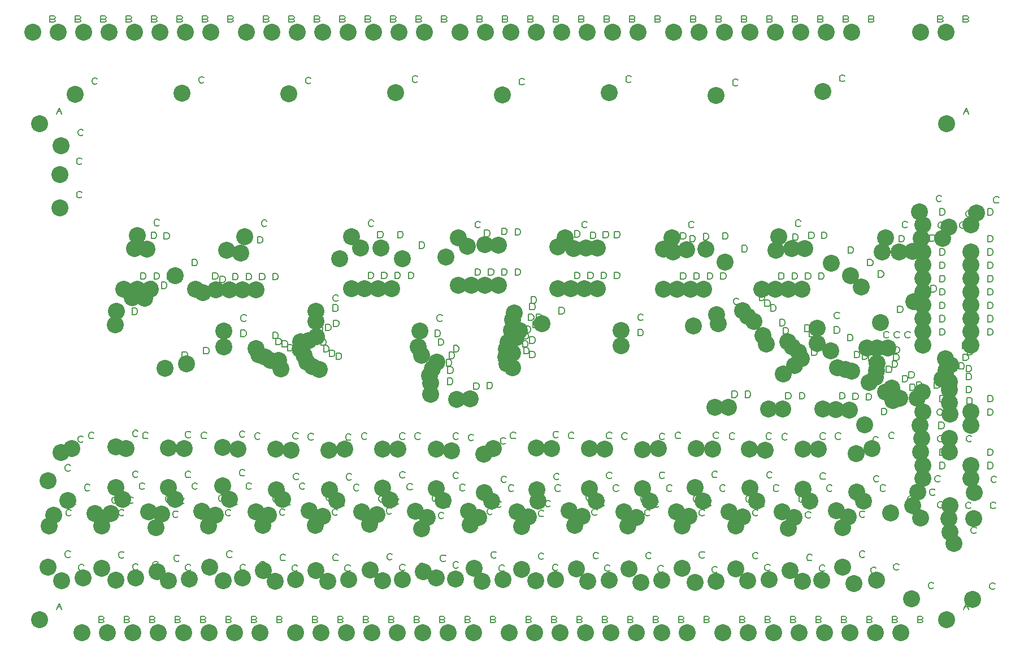
<source format=gbr>
%FSLAX23Y23*%
%MOIN*%
G04 EasyPC Gerber Version 17.0 Build 3379 *
%ADD12C,0.00500*%
%ADD17C,0.10000*%
X0Y0D02*
D02*
D12*
X360Y3822D02*
X367Y3819D01*
X370Y3812*
X367Y3806*
X360Y3803*
X338*
Y3840*
X360*
X367Y3837*
X370Y3831*
X367Y3825*
X360Y3822*
X338*
X378Y337D02*
X393Y374D01*
X409Y337*
X384Y353D02*
X403D01*
X378Y3262D02*
X393Y3299D01*
X409Y3262*
X384Y3278D02*
X403D01*
X460Y652D02*
X457Y649D01*
X451Y645*
X442*
X435Y649*
X432Y652*
X429Y658*
Y670*
X432Y677*
X435Y680*
X442Y683*
X451*
X457Y680*
X460Y677*
Y1161D02*
X457Y1158D01*
X451Y1155*
X442*
X435Y1158*
X432Y1161*
X429Y1168*
Y1180*
X432Y1186*
X435Y1189*
X442Y1193*
X451*
X457Y1189*
X460Y1186*
X464Y896D02*
X461Y893D01*
X455Y890*
X445*
X439Y893*
X436Y896*
X433Y902*
Y915*
X436Y921*
X439Y924*
X445Y927*
X455*
X461Y924*
X464Y921*
X492Y959D02*
X489Y956D01*
X482Y953*
X473*
X467Y956*
X464Y959*
X461Y965*
Y978*
X464Y984*
X467Y987*
X473Y990*
X482*
X489Y987*
X492Y984*
X510Y3822D02*
X517Y3819D01*
X520Y3812*
X517Y3806*
X510Y3803*
X488*
Y3840*
X510*
X517Y3837*
X520Y3831*
X517Y3825*
X510Y3822*
X488*
X527Y2774D02*
X524Y2771D01*
X518Y2767*
X508*
X502Y2771*
X499Y2774*
X496Y2780*
Y2792*
X499Y2799*
X502Y2802*
X508Y2805*
X518*
X524Y2802*
X527Y2799*
Y2971D02*
X524Y2967D01*
X518Y2964*
X508*
X502Y2967*
X499Y2971*
X496Y2977*
Y2989*
X499Y2996*
X502Y2999*
X508Y3002*
X518*
X524Y2999*
X527Y2996*
X535Y1331D02*
X532Y1327D01*
X526Y1324*
X516*
X510Y1327*
X507Y1331*
X504Y1337*
Y1349*
X507Y1356*
X510Y1359*
X516Y1362*
X526*
X532Y1359*
X535Y1356*
Y3140D02*
X532Y3137D01*
X526Y3134*
X516*
X510Y3137*
X507Y3140*
X504Y3146*
Y3159*
X507Y3165*
X510Y3168*
X516Y3171*
X526*
X532Y3168*
X535Y3165*
X539Y573D02*
X536Y570D01*
X530Y567*
X520*
X514Y570*
X511Y573*
X508Y579*
Y592*
X511Y598*
X514Y601*
X520Y604*
X530*
X536Y601*
X539Y598*
X574Y1045D02*
X571Y1042D01*
X565Y1039*
X556*
X549Y1042*
X546Y1045*
X543Y1052*
Y1064*
X546Y1070*
X549Y1074*
X556Y1077*
X565*
X571Y1074*
X574Y1070*
X598Y1352D02*
X595Y1349D01*
X589Y1346*
X579*
X573Y1349*
X570Y1352*
X567Y1359*
Y1371*
X570Y1377*
X573Y1381*
X579Y1384*
X589*
X595Y1381*
X598Y1377*
X618Y3444D02*
X615Y3441D01*
X608Y3437*
X599*
X593Y3441*
X590Y3444*
X586Y3450*
Y3462*
X590Y3469*
X593Y3472*
X599Y3475*
X608*
X615Y3472*
X618Y3469*
X649Y278D02*
X655Y275D01*
X658Y269*
X655Y263*
X649Y260*
X627*
Y297*
X649*
X655Y294*
X658Y288*
X655Y281*
X649Y278*
X627*
X665Y589D02*
X662Y586D01*
X656Y582*
X646*
X640Y586*
X637Y589*
X634Y595*
Y607*
X637Y614*
X640Y617*
X646Y620*
X656*
X662Y617*
X665Y614*
X660Y3822D02*
X667Y3819D01*
X670Y3812*
X667Y3806*
X660Y3803*
X638*
Y3840*
X660*
X667Y3837*
X670Y3831*
X667Y3825*
X660Y3822*
X638*
X736Y971D02*
X733Y967D01*
X726Y964*
X717*
X711Y967*
X708Y971*
X705Y977*
Y989*
X708Y996*
X711Y999*
X717Y1002*
X726*
X733Y999*
X736Y996*
X775Y648D02*
X772Y645D01*
X766Y642*
X756*
X750Y645*
X747Y648*
X744Y654*
Y667*
X747Y673*
X750Y676*
X756Y679*
X766*
X772Y676*
X775Y673*
Y896D02*
X772Y893D01*
X766Y890*
X756*
X750Y893*
X747Y896*
X744Y902*
Y915*
X747Y921*
X750Y924*
X756Y927*
X766*
X772Y924*
X775Y921*
X799Y278D02*
X805Y275D01*
X808Y269*
X805Y263*
X799Y260*
X777*
Y297*
X799*
X805Y294*
X808Y288*
X805Y281*
X799Y278*
X777*
X810Y3822D02*
X817Y3819D01*
X820Y3812*
X817Y3806*
X810Y3803*
X788*
Y3840*
X810*
X817Y3837*
X820Y3831*
X817Y3825*
X810Y3822*
X788*
X830Y971D02*
X827Y967D01*
X821Y964*
X812*
X805Y967*
X802Y971*
X799Y977*
Y989*
X802Y996*
X805Y999*
X812Y1002*
X821*
X827Y999*
X830Y996*
X823Y2079D02*
Y2116D01*
X841*
X848Y2113*
X851Y2110*
X854Y2104*
Y2091*
X851Y2085*
X848Y2082*
X841Y2079*
X823*
X858Y577D02*
X855Y574D01*
X849Y571*
X839*
X833Y574*
X830Y577*
X827Y583*
Y596*
X830Y602*
X833Y605*
X839Y608*
X849*
X855Y605*
X858Y602*
Y1124D02*
X855Y1121D01*
X849Y1118*
X839*
X833Y1121*
X830Y1124*
X827Y1130*
Y1143*
X830Y1149*
X833Y1152*
X839Y1155*
X849*
X855Y1152*
X858Y1149*
Y1364D02*
X855Y1361D01*
X849Y1358*
X839*
X833Y1361*
X830Y1364*
X827Y1371*
Y1383*
X830Y1389*
X833Y1392*
X839Y1396*
X849*
X855Y1392*
X858Y1389*
X862Y2164D02*
X859Y2160D01*
X852Y2157*
X843*
X837Y2160*
X834Y2164*
X831Y2170*
Y2182*
X834Y2189*
X837Y2192*
X843Y2195*
X852*
X859Y2192*
X862Y2189*
X897Y1053D02*
X894Y1050D01*
X888Y1047*
X879*
X872Y1050*
X869Y1053*
X866Y1060*
Y1072*
X869Y1078*
X872Y1081*
X879Y1085*
X888*
X894Y1081*
X897Y1078*
X874Y2287D02*
Y2325D01*
X893*
X899Y2322*
X902Y2318*
X905Y2312*
Y2300*
X902Y2293*
X899Y2290*
X893Y2287*
X874*
X917Y1352D02*
X914Y1349D01*
X908Y1346*
X898*
X892Y1349*
X889Y1352*
X886Y1359*
Y1371*
X889Y1377*
X892Y1381*
X898Y1384*
X908*
X914Y1381*
X917Y1377*
X925Y2236D02*
Y2273D01*
X944*
X950Y2270*
X953Y2267*
X956Y2261*
Y2248*
X953Y2242*
X950Y2239*
X944Y2236*
X925*
X949Y278D02*
X955Y275D01*
X958Y269*
X955Y263*
X949Y260*
X927*
Y297*
X949*
X955Y294*
X958Y288*
X955Y281*
X949Y278*
X927*
X937Y2527D02*
Y2565D01*
X956*
X962Y2562*
X965Y2559*
X968Y2552*
Y2540*
X965Y2534*
X962Y2530*
X956Y2527*
X937*
X960Y3822D02*
X967Y3819D01*
X970Y3812*
X967Y3806*
X960Y3803*
X938*
Y3840*
X960*
X967Y3837*
X970Y3831*
X967Y3825*
X960Y3822*
X938*
X976Y589D02*
X973Y586D01*
X967Y582*
X957*
X951Y586*
X948Y589*
X945Y595*
Y607*
X948Y614*
X951Y617*
X957Y620*
X967*
X973Y617*
X976Y614*
X953Y2287D02*
Y2325D01*
X971*
X978Y2322*
X981Y2318*
X984Y2312*
Y2300*
X981Y2293*
X978Y2290*
X971Y2287*
X953*
X984Y2608D02*
X981Y2605D01*
X975Y2602*
X965*
X959Y2605*
X956Y2608*
X953Y2615*
Y2627*
X956Y2633*
X959Y2637*
X965Y2640*
X975*
X981Y2637*
X984Y2633*
X996Y2232D02*
Y2270D01*
X1015*
X1021Y2266*
X1024Y2263*
X1027Y2257*
Y2245*
X1024Y2238*
X1021Y2235*
X1015Y2232*
X996*
X1012Y2523D02*
Y2561D01*
X1030*
X1037Y2558*
X1040Y2555*
X1043Y2548*
Y2536*
X1040Y2530*
X1037Y2527*
X1030Y2523*
X1012*
X1051Y978D02*
X1048Y975D01*
X1041Y972*
X1032*
X1026Y975*
X1023Y978*
X1020Y985*
Y997*
X1023Y1003*
X1026Y1007*
X1032Y1010*
X1041*
X1048Y1007*
X1051Y1003*
X1031Y2287D02*
Y2325D01*
X1050*
X1056Y2322*
X1059Y2318*
X1063Y2312*
Y2300*
X1059Y2293*
X1056Y2290*
X1050Y2287*
X1031*
X1094Y888D02*
X1091Y885D01*
X1085Y882*
X1075*
X1069Y885*
X1066Y888*
X1063Y894*
Y907*
X1066Y913*
X1069Y916*
X1075Y919*
X1085*
X1091Y916*
X1094Y913*
X1102Y628D02*
X1099Y625D01*
X1093Y622*
X1083*
X1077Y625*
X1074Y628*
X1071Y634*
Y647*
X1074Y653*
X1077Y656*
X1083Y659*
X1093*
X1099Y656*
X1102Y653*
X1099Y278D02*
X1105Y275D01*
X1108Y269*
X1105Y263*
X1099Y260*
X1077*
Y297*
X1099*
X1105Y294*
X1108Y288*
X1105Y281*
X1099Y278*
X1077*
X1110Y3822D02*
X1117Y3819D01*
X1120Y3812*
X1117Y3806*
X1110Y3803*
X1088*
Y3840*
X1110*
X1117Y3837*
X1120Y3831*
X1117Y3825*
X1110Y3822*
X1088*
X1130Y967D02*
X1126Y964D01*
X1120Y960*
X1111*
X1105Y964*
X1101Y967*
X1098Y973*
Y985*
X1101Y992*
X1105Y995*
X1111Y998*
X1120*
X1126Y995*
X1130Y992*
X1119Y1821D02*
Y1859D01*
X1138*
X1144Y1856*
X1148Y1852*
X1151Y1846*
Y1834*
X1148Y1827*
X1144Y1824*
X1138Y1821*
X1119*
X1169Y573D02*
X1166Y570D01*
X1160Y567*
X1150*
X1144Y570*
X1141Y573*
X1138Y579*
Y592*
X1141Y598*
X1144Y601*
X1150Y604*
X1160*
X1166Y601*
X1169Y598*
Y1122D02*
X1166Y1119D01*
X1160Y1116*
X1150*
X1144Y1119*
X1141Y1122*
X1138Y1128*
Y1141*
X1141Y1147*
X1144Y1150*
X1150Y1153*
X1160*
X1166Y1150*
X1169Y1147*
Y1358D02*
X1166Y1355D01*
X1160Y1352*
X1150*
X1144Y1355*
X1141Y1358*
X1138Y1364*
Y1377*
X1141Y1383*
X1144Y1386*
X1150Y1389*
X1160*
X1166Y1386*
X1169Y1383*
X1208Y1053D02*
X1205Y1050D01*
X1199Y1047*
X1190*
X1183Y1050*
X1180Y1053*
X1177Y1060*
Y1072*
X1180Y1078*
X1183Y1081*
X1190Y1085*
X1199*
X1205Y1081*
X1208Y1078*
X1177Y2366D02*
Y2403D01*
X1196*
X1202Y2400*
X1205Y2397*
X1208Y2391*
Y2378*
X1205Y2372*
X1202Y2369*
X1196Y2366*
X1177*
X1248Y3451D02*
X1245Y3448D01*
X1238Y3445*
X1229*
X1223Y3448*
X1220Y3451*
X1216Y3457*
Y3470*
X1220Y3476*
X1223Y3479*
X1229Y3482*
X1238*
X1245Y3479*
X1248Y3476*
X1249Y278D02*
X1255Y275D01*
X1258Y269*
X1255Y263*
X1249Y260*
X1227*
Y297*
X1249*
X1255Y294*
X1258Y288*
X1255Y281*
X1249Y278*
X1227*
X1263Y1352D02*
X1260Y1349D01*
X1254Y1346*
X1245*
X1238Y1349*
X1235Y1352*
X1232Y1359*
Y1371*
X1235Y1377*
X1238Y1381*
X1245Y1384*
X1254*
X1260Y1381*
X1263Y1377*
X1260Y3822D02*
X1267Y3819D01*
X1270Y3812*
X1267Y3806*
X1260Y3803*
X1238*
Y3840*
X1260*
X1267Y3837*
X1270Y3831*
X1267Y3825*
X1260Y3822*
X1238*
X1245Y1846D02*
Y1884D01*
X1264*
X1270Y1881*
X1274Y1877*
X1277Y1871*
Y1859*
X1274Y1852*
X1270Y1849*
X1264Y1846*
X1245*
X1291Y585D02*
X1288Y582D01*
X1282Y579*
X1272*
X1266Y582*
X1263Y585*
X1260Y591*
Y604*
X1263Y610*
X1266Y613*
X1272Y616*
X1282*
X1288Y613*
X1291Y610*
X1299Y2287D02*
Y2325D01*
X1318*
X1324Y2322*
X1327Y2318*
X1330Y2312*
Y2300*
X1327Y2293*
X1324Y2290*
X1318Y2287*
X1299*
X1366Y982D02*
X1363Y979D01*
X1356Y976*
X1347*
X1341Y979*
X1338Y982*
X1335Y989*
Y1001*
X1338Y1007*
X1341Y1011*
X1347Y1014*
X1356*
X1363Y1011*
X1366Y1007*
X1342Y2267D02*
Y2305D01*
X1361*
X1367Y2302*
X1371Y2299*
X1374Y2292*
Y2280*
X1371Y2274*
X1367Y2271*
X1361Y2267*
X1342*
X1405Y896D02*
X1402Y893D01*
X1396Y890*
X1386*
X1380Y893*
X1377Y896*
X1374Y902*
Y915*
X1377Y921*
X1380Y924*
X1386Y927*
X1396*
X1402Y924*
X1405Y921*
X1399Y278D02*
X1405Y275D01*
X1408Y269*
X1405Y263*
X1399Y260*
X1377*
Y297*
X1399*
X1405Y294*
X1408Y288*
X1405Y281*
X1399Y278*
X1377*
X1413Y652D02*
X1410Y649D01*
X1404Y645*
X1394*
X1388Y649*
X1385Y652*
X1382Y658*
Y670*
X1385Y677*
X1388Y680*
X1394Y683*
X1404*
X1410Y680*
X1413Y677*
X1410Y3822D02*
X1417Y3819D01*
X1420Y3812*
X1417Y3806*
X1410Y3803*
X1388*
Y3840*
X1410*
X1417Y3837*
X1420Y3831*
X1417Y3825*
X1410Y3822*
X1388*
X1445Y959D02*
X1441Y956D01*
X1435Y953*
X1426*
X1420Y956*
X1416Y959*
X1413Y965*
Y978*
X1416Y984*
X1420Y987*
X1426Y990*
X1435*
X1441Y987*
X1445Y984*
X1417Y2283D02*
Y2321D01*
X1436*
X1442Y2318*
X1445Y2314*
X1448Y2308*
Y2296*
X1445Y2289*
X1442Y2286*
X1436Y2283*
X1417*
X1488Y1132D02*
X1485Y1129D01*
X1478Y1126*
X1469*
X1463Y1129*
X1460Y1132*
X1457Y1138*
Y1151*
X1460Y1157*
X1463Y1160*
X1469Y1163*
X1478*
X1485Y1160*
X1488Y1157*
Y1360D02*
X1485Y1357D01*
X1478Y1354*
X1469*
X1463Y1357*
X1460Y1360*
X1457Y1367*
Y1379*
X1460Y1385*
X1463Y1388*
X1469Y1392*
X1478*
X1485Y1388*
X1488Y1385*
X1492Y573D02*
X1489Y570D01*
X1482Y567*
X1473*
X1467Y570*
X1464Y573*
X1460Y579*
Y592*
X1464Y598*
X1467Y601*
X1473Y604*
X1482*
X1489Y601*
X1492Y598*
X1464Y1949D02*
Y1986D01*
X1483*
X1489Y1983*
X1493Y1980*
X1496Y1974*
Y1961*
X1493Y1955*
X1489Y1952*
X1483Y1949*
X1464*
X1496Y2045D02*
X1493Y2042D01*
X1486Y2039*
X1477*
X1471Y2042*
X1468Y2045*
X1464Y2052*
Y2064*
X1468Y2070*
X1471Y2074*
X1477Y2077*
X1486*
X1493Y2074*
X1496Y2070*
X1480Y2516D02*
Y2553D01*
X1499*
X1505Y2550*
X1508Y2547*
X1511Y2541*
Y2528*
X1508Y2522*
X1505Y2519*
X1499Y2516*
X1480*
X1527Y1053D02*
X1524Y1050D01*
X1518Y1047*
X1508*
X1502Y1050*
X1499Y1053*
X1496Y1060*
Y1072*
X1499Y1078*
X1502Y1081*
X1508Y1085*
X1518*
X1524Y1081*
X1527Y1078*
X1496Y2283D02*
Y2321D01*
X1515*
X1521Y2318*
X1524Y2314*
X1527Y2308*
Y2296*
X1524Y2289*
X1521Y2286*
X1515Y2283*
X1496*
X1549Y278D02*
X1555Y275D01*
X1558Y269*
X1555Y263*
X1549Y260*
X1527*
Y297*
X1549*
X1555Y294*
X1558Y288*
X1555Y281*
X1549Y278*
X1527*
X1578Y1349D02*
X1575Y1345D01*
X1569Y1342*
X1560*
X1553Y1345*
X1550Y1349*
X1547Y1355*
Y1367*
X1550Y1374*
X1553Y1377*
X1560Y1380*
X1569*
X1575Y1377*
X1578Y1374*
X1563Y2500D02*
Y2537D01*
X1582*
X1588Y2534*
X1591Y2531*
X1594Y2525*
Y2512*
X1591Y2506*
X1588Y2503*
X1582Y2500*
X1563*
X1606Y589D02*
X1603Y586D01*
X1597Y582*
X1587*
X1581Y586*
X1578Y589*
X1575Y595*
Y607*
X1578Y614*
X1581Y617*
X1587Y620*
X1597*
X1603Y617*
X1606Y614*
X1575Y2283D02*
Y2321D01*
X1593*
X1600Y2318*
X1603Y2314*
X1606Y2308*
Y2296*
X1603Y2289*
X1600Y2286*
X1593Y2283*
X1575*
X1618Y2604D02*
X1615Y2601D01*
X1608Y2598*
X1599*
X1593Y2601*
X1590Y2604*
X1586Y2611*
Y2623*
X1590Y2629*
X1593Y2633*
X1599Y2636*
X1608*
X1615Y2633*
X1618Y2629*
X1620Y3822D02*
X1626Y3819D01*
X1630Y3812*
X1626Y3806*
X1620Y3803*
X1598*
Y3840*
X1620*
X1626Y3837*
X1630Y3831*
X1626Y3825*
X1620Y3822*
X1598*
X1685Y978D02*
X1682Y975D01*
X1675Y972*
X1666*
X1660Y975*
X1657Y978*
X1653Y985*
Y997*
X1657Y1003*
X1660Y1007*
X1666Y1010*
X1675*
X1682Y1007*
X1685Y1003*
X1653Y2283D02*
Y2321D01*
X1672*
X1678Y2318*
X1682Y2314*
X1685Y2308*
Y2296*
X1682Y2289*
X1678Y2286*
X1672Y2283*
X1653*
X1654Y1936D02*
Y1974D01*
X1672*
X1679Y1970*
X1682Y1967*
X1685Y1961*
Y1949*
X1682Y1942*
X1679Y1939*
X1672Y1936*
X1654*
X1672Y1901D02*
Y1939D01*
X1691*
X1697Y1935*
X1700Y1932*
X1704Y1926*
Y1914*
X1700Y1907*
X1697Y1904*
X1691Y1901*
X1672*
X1699Y278D02*
X1705Y275D01*
X1708Y269*
X1705Y263*
X1699Y260*
X1677*
Y297*
X1699*
X1705Y294*
X1708Y288*
X1705Y281*
X1699Y278*
X1677*
X1724Y900D02*
X1721Y897D01*
X1715Y893*
X1705*
X1699Y897*
X1696Y900*
X1693Y906*
Y918*
X1696Y925*
X1699Y928*
X1705Y931*
X1715*
X1721Y928*
X1724Y925*
X1728Y632D02*
X1725Y629D01*
X1719Y626*
X1709*
X1703Y629*
X1700Y632*
X1697Y638*
Y651*
X1700Y657*
X1703Y660*
X1709Y663*
X1719*
X1725Y660*
X1728Y657*
X1708Y1886D02*
Y1924D01*
X1727*
X1733Y1921*
X1737Y1917*
X1740Y1911*
Y1899*
X1737Y1892*
X1733Y1889*
X1727Y1886*
X1708*
X1759Y959D02*
X1756Y956D01*
X1750Y953*
X1741*
X1734Y956*
X1731Y959*
X1728Y965*
Y978*
X1731Y984*
X1734Y987*
X1741Y990*
X1750*
X1756Y987*
X1759Y984*
X1742Y1865D02*
Y1902D01*
X1761*
X1767Y1899*
X1770Y1896*
X1773Y1890*
Y1877*
X1770Y1871*
X1767Y1868*
X1761Y1865*
X1742*
X1770Y3822D02*
X1776Y3819D01*
X1780Y3812*
X1776Y3806*
X1770Y3803*
X1748*
Y3840*
X1770*
X1776Y3837*
X1780Y3831*
X1776Y3825*
X1770Y3822*
X1748*
X1799Y569D02*
X1796Y566D01*
X1789Y563*
X1780*
X1774Y566*
X1771Y569*
X1768Y575*
Y588*
X1771Y594*
X1774Y597*
X1780Y600*
X1789*
X1796Y597*
X1799Y594*
X1803Y1350D02*
X1800Y1347D01*
X1793Y1344*
X1784*
X1778Y1347*
X1775Y1350*
X1772Y1356*
Y1369*
X1775Y1375*
X1778Y1378*
X1784Y1381*
X1793*
X1800Y1378*
X1803Y1375*
X1807Y1110D02*
X1804Y1107D01*
X1797Y1104*
X1788*
X1782Y1107*
X1779Y1110*
X1775Y1116*
Y1129*
X1779Y1135*
X1782Y1138*
X1788Y1141*
X1797*
X1804Y1138*
X1807Y1135*
X1787Y1865D02*
Y1902D01*
X1806*
X1812Y1899*
X1815Y1896*
X1818Y1890*
Y1877*
X1815Y1871*
X1812Y1868*
X1806Y1865*
X1787*
X1801Y1819D02*
Y1856D01*
X1820*
X1826Y1853*
X1829Y1850*
X1832Y1844*
Y1831*
X1829Y1825*
X1826Y1822*
X1820Y1819*
X1801*
X1842Y1053D02*
X1839Y1050D01*
X1833Y1047*
X1823*
X1817Y1050*
X1814Y1053*
X1811Y1060*
Y1072*
X1814Y1078*
X1817Y1081*
X1823Y1085*
X1833*
X1839Y1081*
X1842Y1078*
X1878Y3447D02*
X1874Y3444D01*
X1868Y3441*
X1859*
X1853Y3444*
X1849Y3447*
X1846Y3453*
Y3466*
X1849Y3472*
X1853Y3475*
X1859Y3478*
X1868*
X1874Y3475*
X1878Y3472*
X1893Y1345D02*
X1890Y1341D01*
X1884Y1338*
X1875*
X1868Y1341*
X1865Y1345*
X1862Y1351*
Y1363*
X1865Y1370*
X1868Y1373*
X1875Y1376*
X1884*
X1890Y1373*
X1893Y1370*
X1917Y581D02*
X1914Y578D01*
X1908Y575*
X1898*
X1892Y578*
X1889Y581*
X1886Y587*
Y600*
X1889Y606*
X1892Y609*
X1898Y612*
X1908*
X1914Y609*
X1917Y606*
X1909Y278D02*
X1915Y275D01*
X1918Y269*
X1915Y263*
X1909Y260*
X1887*
Y297*
X1909*
X1915Y294*
X1918Y288*
X1915Y281*
X1909Y278*
X1887*
X1920Y3822D02*
X1926Y3819D01*
X1930Y3812*
X1926Y3806*
X1920Y3803*
X1898*
Y3840*
X1920*
X1926Y3837*
X1930Y3831*
X1926Y3825*
X1920Y3822*
X1898*
X1913Y1933D02*
Y1970D01*
X1932*
X1938Y1967*
X1941Y1964*
X1945Y1958*
Y1945*
X1941Y1939*
X1938Y1936*
X1932Y1933*
X1913*
X1917Y1976D02*
Y2014D01*
X1936*
X1942Y2011*
X1945Y2007*
X1948Y2001*
Y1989*
X1945Y1982*
X1942Y1979*
X1936Y1976*
X1917*
X1937Y1897D02*
Y1935D01*
X1956*
X1962Y1932*
X1965Y1929*
X1968Y1922*
Y1910*
X1965Y1904*
X1962Y1901*
X1956Y1897*
X1937*
X1953Y1858D02*
Y1896D01*
X1971*
X1978Y1892*
X1981Y1889*
X1984Y1883*
Y1871*
X1981Y1864*
X1978Y1861*
X1971Y1858*
X1953*
X1964Y1984D02*
Y2022D01*
X1983*
X1989Y2018*
X1993Y2015*
X1996Y2009*
Y1997*
X1993Y1990*
X1989Y1987*
X1983Y1984*
X1964*
X2000Y986D02*
X1997Y983D01*
X1990Y980*
X1981*
X1975Y983*
X1972Y986*
X1968Y993*
Y1005*
X1972Y1011*
X1975Y1014*
X1981Y1018*
X1990*
X1997Y1014*
X2000Y1011*
X1988Y1830D02*
Y1868D01*
X2007*
X2013Y1865*
X2016Y1862*
X2019Y1855*
Y1843*
X2016Y1837*
X2013Y1834*
X2007Y1830*
X1988*
X2035Y900D02*
X2032Y897D01*
X2026Y893*
X2016*
X2010Y897*
X2007Y900*
X2004Y906*
Y918*
X2007Y925*
X2010Y928*
X2016Y931*
X2026*
X2032Y928*
X2035Y925*
X2039Y632D02*
X2036Y629D01*
X2030Y626*
X2020*
X2014Y629*
X2011Y632*
X2008Y638*
Y651*
X2011Y657*
X2014Y660*
X2020Y663*
X2030*
X2036Y660*
X2039Y657*
X2008Y2098D02*
Y2136D01*
X2026*
X2033Y2133*
X2036Y2129*
X2039Y2123*
Y2111*
X2036Y2104*
X2033Y2101*
X2026Y2098*
X2008*
X2039Y2164D02*
X2036Y2160D01*
X2030Y2157*
X2020*
X2014Y2160*
X2011Y2164*
X2008Y2170*
Y2182*
X2011Y2189*
X2014Y2192*
X2020Y2195*
X2030*
X2036Y2192*
X2039Y2189*
X2012Y2008D02*
Y2045D01*
X2030*
X2037Y2042*
X2040Y2039*
X2043Y2033*
Y2020*
X2040Y2014*
X2037Y2011*
X2030Y2008*
X2012*
X2027Y1815D02*
Y1852D01*
X2046*
X2052Y1849*
X2056Y1846*
X2059Y1840*
Y1827*
X2056Y1821*
X2052Y1818*
X2046Y1815*
X2027*
X2059Y278D02*
X2065Y275D01*
X2068Y269*
X2065Y263*
X2059Y260*
X2037*
Y297*
X2059*
X2065Y294*
X2068Y288*
X2065Y281*
X2059Y278*
X2037*
X2078Y955D02*
X2075Y952D01*
X2069Y949*
X2060*
X2053Y952*
X2050Y955*
X2047Y961*
Y974*
X2050Y980*
X2053Y983*
X2060Y986*
X2069*
X2075Y983*
X2078Y980*
X2070Y3822D02*
X2076Y3819D01*
X2080Y3812*
X2076Y3806*
X2070Y3803*
X2048*
Y3840*
X2070*
X2076Y3837*
X2080Y3831*
X2076Y3825*
X2070Y3822*
X2048*
X2110Y569D02*
X2107Y566D01*
X2100Y563*
X2091*
X2085Y566*
X2082Y569*
X2079Y575*
Y588*
X2082Y594*
X2085Y597*
X2091Y600*
X2100*
X2107Y597*
X2110Y594*
X2114Y1342D02*
X2111Y1339D01*
X2104Y1336*
X2095*
X2089Y1339*
X2086Y1342*
X2083Y1349*
Y1361*
X2086Y1367*
X2089Y1370*
X2095Y1374*
X2104*
X2111Y1370*
X2114Y1367*
X2118Y1108D02*
X2115Y1105D01*
X2108Y1102*
X2099*
X2093Y1105*
X2090Y1108*
X2086Y1115*
Y1127*
X2090Y1133*
X2093Y1137*
X2099Y1140*
X2108*
X2115Y1137*
X2118Y1133*
X2161Y1045D02*
X2158Y1042D01*
X2152Y1039*
X2142*
X2136Y1042*
X2133Y1045*
X2130Y1052*
Y1064*
X2133Y1070*
X2136Y1074*
X2142Y1077*
X2152*
X2158Y1074*
X2161Y1070*
X2149Y2468D02*
Y2506D01*
X2168*
X2174Y2503*
X2178Y2500*
X2181Y2493*
Y2481*
X2178Y2475*
X2174Y2471*
X2168Y2468*
X2149*
X2208Y1349D02*
X2205Y1345D01*
X2199Y1342*
X2190*
X2183Y1345*
X2180Y1349*
X2177Y1355*
Y1367*
X2180Y1374*
X2183Y1377*
X2190Y1380*
X2199*
X2205Y1377*
X2208Y1374*
X2209Y278D02*
X2215Y275D01*
X2218Y269*
X2215Y263*
X2209Y260*
X2187*
Y297*
X2209*
X2215Y294*
X2218Y288*
X2215Y281*
X2209Y278*
X2187*
X2220Y3822D02*
X2226Y3819D01*
X2230Y3812*
X2226Y3806*
X2220Y3803*
X2198*
Y3840*
X2220*
X2226Y3837*
X2230Y3831*
X2226Y3825*
X2220Y3822*
X2198*
X2232Y581D02*
X2229Y578D01*
X2223Y575*
X2213*
X2207Y578*
X2204Y581*
X2201Y587*
Y600*
X2204Y606*
X2207Y609*
X2213Y612*
X2223*
X2229Y609*
X2232Y606*
X2216Y2291D02*
Y2329D01*
X2235*
X2241Y2325*
X2245Y2322*
X2248Y2316*
Y2304*
X2245Y2297*
X2241Y2294*
X2235Y2291*
X2216*
X2248Y2604D02*
X2245Y2601D01*
X2238Y2598*
X2229*
X2223Y2601*
X2220Y2604*
X2216Y2611*
Y2623*
X2220Y2629*
X2223Y2633*
X2229Y2636*
X2238*
X2245Y2633*
X2248Y2629*
X2272Y2531D02*
Y2569D01*
X2290*
X2297Y2566*
X2300Y2563*
X2303Y2556*
Y2544*
X2300Y2538*
X2297Y2534*
X2290Y2531*
X2272*
X2311Y978D02*
X2308Y975D01*
X2301Y972*
X2292*
X2286Y975*
X2283Y978*
X2279Y985*
Y997*
X2283Y1003*
X2286Y1007*
X2292Y1010*
X2301*
X2308Y1007*
X2311Y1003*
X2295Y2291D02*
Y2329D01*
X2314*
X2320Y2325*
X2323Y2322*
X2326Y2316*
Y2304*
X2323Y2297*
X2320Y2294*
X2314Y2291*
X2295*
X2354Y908D02*
X2351Y904D01*
X2345Y901*
X2335*
X2329Y904*
X2326Y908*
X2323Y914*
Y926*
X2326Y933*
X2329Y936*
X2335Y939*
X2345*
X2351Y936*
X2354Y933*
X2358Y636D02*
X2355Y633D01*
X2349Y630*
X2339*
X2333Y633*
X2330Y636*
X2327Y642*
Y655*
X2330Y661*
X2333Y664*
X2339Y667*
X2349*
X2355Y664*
X2358Y661*
X2359Y278D02*
X2365Y275D01*
X2368Y269*
X2365Y263*
X2359Y260*
X2337*
Y297*
X2359*
X2365Y294*
X2368Y288*
X2365Y281*
X2359Y278*
X2337*
X2370Y3822D02*
X2376Y3819D01*
X2380Y3812*
X2376Y3806*
X2370Y3803*
X2348*
Y3840*
X2370*
X2376Y3837*
X2380Y3831*
X2376Y3825*
X2370Y3822*
X2348*
X2397Y963D02*
X2394Y960D01*
X2388Y956*
X2379*
X2372Y960*
X2369Y963*
X2366Y969*
Y981*
X2369Y988*
X2372Y991*
X2379Y994*
X2388*
X2394Y991*
X2397Y988*
X2374Y2291D02*
Y2329D01*
X2393*
X2399Y2325*
X2402Y2322*
X2405Y2316*
Y2304*
X2402Y2297*
X2399Y2294*
X2393Y2291*
X2374*
X2390Y2531D02*
Y2569D01*
X2408*
X2415Y2566*
X2418Y2563*
X2421Y2556*
Y2544*
X2418Y2538*
X2415Y2534*
X2408Y2531*
X2390*
X2433Y573D02*
X2430Y570D01*
X2423Y567*
X2414*
X2408Y570*
X2405Y573*
X2401Y579*
Y592*
X2405Y598*
X2408Y601*
X2414Y604*
X2423*
X2430Y601*
X2433Y598*
Y1120D02*
X2430Y1117D01*
X2423Y1114*
X2414*
X2408Y1117*
X2405Y1120*
X2401Y1126*
Y1139*
X2405Y1145*
X2408Y1148*
X2414Y1151*
X2423*
X2430Y1148*
X2433Y1145*
Y1349D02*
X2430Y1345D01*
X2423Y1342*
X2414*
X2408Y1345*
X2405Y1349*
X2401Y1355*
Y1367*
X2405Y1374*
X2408Y1377*
X2414Y1380*
X2423*
X2430Y1377*
X2433Y1374*
X2476Y1049D02*
X2473Y1046D01*
X2467Y1043*
X2457*
X2451Y1046*
X2448Y1049*
X2445Y1056*
Y1068*
X2448Y1074*
X2451Y1077*
X2457Y1081*
X2467*
X2473Y1077*
X2476Y1074*
X2453Y2291D02*
Y2329D01*
X2471*
X2478Y2325*
X2481Y2322*
X2484Y2316*
Y2304*
X2481Y2297*
X2478Y2294*
X2471Y2291*
X2453*
X2508Y3455D02*
X2504Y3452D01*
X2498Y3449*
X2489*
X2483Y3452*
X2479Y3455*
X2476Y3461*
Y3474*
X2479Y3480*
X2483Y3483*
X2489Y3486*
X2498*
X2504Y3483*
X2508Y3480*
X2509Y278D02*
X2515Y275D01*
X2518Y269*
X2515Y263*
X2509Y260*
X2487*
Y297*
X2509*
X2515Y294*
X2518Y288*
X2515Y281*
X2509Y278*
X2487*
X2523Y1349D02*
X2520Y1345D01*
X2514Y1342*
X2504*
X2498Y1345*
X2495Y1349*
X2492Y1355*
Y1367*
X2495Y1374*
X2498Y1377*
X2504Y1380*
X2514*
X2520Y1377*
X2523Y1374*
X2520Y3822D02*
X2526Y3819D01*
X2530Y3812*
X2526Y3806*
X2520Y3803*
X2498*
Y3840*
X2520*
X2526Y3837*
X2530Y3831*
X2526Y3825*
X2520Y3822*
X2498*
X2547Y581D02*
X2544Y578D01*
X2537Y575*
X2528*
X2522Y578*
X2519Y581*
X2516Y587*
Y600*
X2519Y606*
X2522Y609*
X2528Y612*
X2537*
X2544Y609*
X2547Y606*
X2516Y2468D02*
Y2506D01*
X2534*
X2541Y2503*
X2544Y2500*
X2547Y2493*
Y2481*
X2544Y2475*
X2541Y2471*
X2534Y2468*
X2516*
X2626Y982D02*
X2622Y979D01*
X2616Y976*
X2607*
X2601Y979*
X2597Y982*
X2594Y989*
Y1001*
X2597Y1007*
X2601Y1011*
X2607Y1014*
X2616*
X2622Y1011*
X2626Y1007*
X2610Y1949D02*
Y1986D01*
X2629*
X2635Y1983*
X2638Y1980*
X2641Y1974*
Y1961*
X2638Y1955*
X2635Y1952*
X2629Y1949*
X2610*
X2653Y2045D02*
X2650Y2042D01*
X2644Y2039*
X2634*
X2628Y2042*
X2625Y2045*
X2622Y2052*
Y2064*
X2625Y2070*
X2628Y2074*
X2634Y2077*
X2644*
X2650Y2074*
X2653Y2070*
X2661Y880D02*
X2658Y877D01*
X2652Y874*
X2642*
X2636Y877*
X2633Y880*
X2630Y886*
Y899*
X2633Y905*
X2636Y908*
X2642Y911*
X2652*
X2658Y908*
X2661Y905*
X2630Y1897D02*
Y1935D01*
X2649*
X2655Y1932*
X2658Y1929*
X2661Y1922*
Y1910*
X2658Y1904*
X2655Y1901*
X2649Y1897*
X2630*
X2659Y278D02*
X2665Y275D01*
X2668Y269*
X2665Y263*
X2659Y260*
X2637*
Y297*
X2659*
X2665Y294*
X2668Y288*
X2665Y281*
X2659Y278*
X2637*
X2673Y628D02*
X2670Y625D01*
X2663Y622*
X2654*
X2648Y625*
X2645Y628*
X2642Y634*
Y647*
X2645Y653*
X2648Y656*
X2654Y659*
X2663*
X2670Y656*
X2673Y653*
X2670Y3822D02*
X2676Y3819D01*
X2680Y3812*
X2676Y3806*
X2670Y3803*
X2648*
Y3840*
X2670*
X2676Y3837*
X2680Y3831*
X2676Y3825*
X2670Y3822*
X2648*
X2696Y947D02*
X2693Y944D01*
X2687Y941*
X2678*
X2671Y944*
X2668Y947*
X2665Y953*
Y966*
X2668Y972*
X2671Y975*
X2678Y978*
X2687*
X2693Y975*
X2696Y972*
X2677Y1775D02*
Y1813D01*
X2696*
X2702Y1810*
X2705Y1807*
X2708Y1800*
Y1788*
X2705Y1782*
X2702Y1778*
X2696Y1775*
X2677*
X2684Y1665D02*
Y1703D01*
X2703*
X2709Y1700*
X2712Y1696*
X2715Y1690*
Y1678*
X2712Y1671*
X2709Y1668*
X2703Y1665*
X2684*
X2685Y1732D02*
Y1770D01*
X2704*
X2710Y1766*
X2713Y1763*
X2716Y1757*
Y1745*
X2713Y1738*
X2710Y1735*
X2704Y1732*
X2685*
X2693Y1819D02*
Y1856D01*
X2712*
X2718Y1853*
X2721Y1850*
X2724Y1844*
Y1831*
X2721Y1825*
X2718Y1822*
X2712Y1819*
X2693*
X2748Y589D02*
X2745Y586D01*
X2738Y582*
X2729*
X2723Y586*
X2720Y589*
X2716Y595*
Y607*
X2720Y614*
X2723Y617*
X2729Y620*
X2738*
X2745Y617*
X2748Y614*
Y1116D02*
X2745Y1113D01*
X2738Y1110*
X2729*
X2723Y1113*
X2720Y1116*
X2716Y1123*
Y1135*
X2720Y1141*
X2723Y1144*
X2729Y1148*
X2738*
X2745Y1144*
X2748Y1141*
Y1349D02*
X2745Y1345D01*
X2738Y1342*
X2729*
X2723Y1345*
X2720Y1349*
X2716Y1355*
Y1367*
X2720Y1374*
X2723Y1377*
X2729Y1380*
X2738*
X2745Y1377*
X2748Y1374*
X2720Y1858D02*
Y1896D01*
X2739*
X2745Y1892*
X2748Y1889*
X2752Y1883*
Y1871*
X2748Y1864*
X2745Y1861*
X2739Y1858*
X2720*
X2787Y1045D02*
X2784Y1042D01*
X2778Y1039*
X2768*
X2762Y1042*
X2759Y1045*
X2756Y1052*
Y1064*
X2759Y1070*
X2762Y1074*
X2768Y1077*
X2778*
X2784Y1074*
X2787Y1070*
X2775Y2476D02*
Y2514D01*
X2794*
X2800Y2511*
X2804Y2507*
X2807Y2501*
Y2489*
X2804Y2482*
X2800Y2479*
X2794Y2476*
X2775*
X2809Y278D02*
X2815Y275D01*
X2818Y269*
X2815Y263*
X2809Y260*
X2787*
Y297*
X2809*
X2815Y294*
X2818Y288*
X2815Y281*
X2809Y278*
X2787*
X2838Y1341D02*
X2835Y1338D01*
X2829Y1334*
X2819*
X2813Y1338*
X2810Y1341*
X2807Y1347*
Y1359*
X2810Y1366*
X2813Y1369*
X2819Y1372*
X2829*
X2835Y1369*
X2838Y1366*
X2862Y585D02*
X2859Y582D01*
X2852Y579*
X2843*
X2837Y582*
X2834Y585*
X2831Y591*
Y604*
X2834Y610*
X2837Y613*
X2843Y616*
X2852*
X2859Y613*
X2862Y610*
X2838Y1638D02*
Y1675D01*
X2857*
X2863Y1672*
X2867Y1669*
X2870Y1663*
Y1650*
X2867Y1644*
X2863Y1641*
X2857Y1638*
X2838*
X2846Y2311D02*
Y2348D01*
X2865*
X2871Y2345*
X2874Y2342*
X2878Y2336*
Y2323*
X2874Y2317*
X2871Y2314*
X2865Y2311*
X2846*
X2878Y2597D02*
X2874Y2593D01*
X2868Y2590*
X2859*
X2853Y2593*
X2849Y2597*
X2846Y2603*
Y2615*
X2849Y2622*
X2853Y2625*
X2859Y2628*
X2868*
X2874Y2625*
X2878Y2622*
X2880Y3822D02*
X2886Y3819D01*
X2889Y3812*
X2886Y3806*
X2880Y3803*
X2858*
Y3840*
X2880*
X2886Y3837*
X2889Y3831*
X2886Y3825*
X2880Y3822*
X2858*
X2901Y2539D02*
Y2577D01*
X2920*
X2926Y2574*
X2930Y2570*
X2933Y2564*
Y2552*
X2930Y2545*
X2926Y2542*
X2920Y2539*
X2901*
X2941Y982D02*
X2937Y979D01*
X2931Y976*
X2922*
X2916Y979*
X2912Y982*
X2909Y989*
Y1001*
X2912Y1007*
X2916Y1011*
X2922Y1014*
X2931*
X2937Y1011*
X2941Y1007*
X2948Y904D02*
X2945Y901D01*
X2939Y897*
X2930*
X2923Y901*
X2920Y904*
X2917Y910*
Y922*
X2920Y929*
X2923Y932*
X2930Y935*
X2939*
X2945Y932*
X2948Y929*
X2917Y1642D02*
Y1679D01*
X2936*
X2942Y1676*
X2945Y1673*
X2948Y1667*
Y1654*
X2945Y1648*
X2942Y1645*
X2936Y1642*
X2917*
X2925Y2311D02*
Y2348D01*
X2944*
X2950Y2345*
X2953Y2342*
X2956Y2336*
Y2323*
X2953Y2317*
X2950Y2314*
X2944Y2311*
X2925*
X2959Y278D02*
X2965Y275D01*
X2968Y269*
X2965Y263*
X2959Y260*
X2937*
Y297*
X2959*
X2965Y294*
X2968Y288*
X2965Y281*
X2959Y278*
X2937*
X2972Y648D02*
X2969Y645D01*
X2963Y642*
X2953*
X2947Y645*
X2944Y648*
X2941Y654*
Y667*
X2944Y673*
X2947Y676*
X2953Y679*
X2963*
X2969Y676*
X2972Y673*
X3000Y947D02*
X2997Y944D01*
X2990Y941*
X2981*
X2975Y944*
X2972Y947*
X2968Y953*
Y966*
X2972Y972*
X2975Y975*
X2981Y978*
X2990*
X2997Y975*
X3000Y972*
X3019Y569D02*
X3016Y566D01*
X3010Y563*
X3001*
X2994Y566*
X2991Y569*
X2988Y575*
Y588*
X2991Y594*
X2994Y597*
X3001Y600*
X3010*
X3016Y597*
X3019Y594*
X3027Y1321D02*
X3024Y1318D01*
X3018Y1315*
X3008*
X3002Y1318*
X2999Y1321*
X2996Y1327*
Y1340*
X2999Y1346*
X3002Y1349*
X3008Y1352*
X3018*
X3024Y1349*
X3027Y1346*
X3031Y1093D02*
X3028Y1090D01*
X3022Y1086*
X3012*
X3006Y1090*
X3003Y1093*
X3000Y1099*
Y1111*
X3003Y1118*
X3006Y1121*
X3012Y1124*
X3022*
X3028Y1121*
X3031Y1118*
X3004Y2311D02*
Y2348D01*
X3023*
X3029Y2345*
X3032Y2342*
X3035Y2336*
Y2323*
X3032Y2317*
X3029Y2314*
X3023Y2311*
X3004*
Y2551D02*
Y2588D01*
X3023*
X3029Y2585*
X3032Y2582*
X3035Y2576*
Y2563*
X3032Y2557*
X3029Y2554*
X3023Y2551*
X3004*
X3030Y3822D02*
X3036Y3819D01*
X3039Y3812*
X3036Y3806*
X3030Y3803*
X3008*
Y3840*
X3030*
X3036Y3837*
X3039Y3831*
X3036Y3825*
X3030Y3822*
X3008*
X3074Y1041D02*
X3071Y1038D01*
X3065Y1035*
X3056*
X3049Y1038*
X3046Y1041*
X3043Y1048*
Y1060*
X3046Y1066*
X3049Y1070*
X3056Y1073*
X3065*
X3071Y1070*
X3074Y1066*
X3086Y1352D02*
X3083Y1349D01*
X3077Y1346*
X3067*
X3061Y1349*
X3058Y1352*
X3055Y1359*
Y1371*
X3058Y1377*
X3061Y1381*
X3067Y1384*
X3077*
X3083Y1381*
X3086Y1377*
X3083Y2311D02*
Y2348D01*
X3101*
X3108Y2345*
X3111Y2342*
X3114Y2336*
Y2323*
X3111Y2317*
X3108Y2314*
X3101Y2311*
X3083*
Y2547D02*
Y2585D01*
X3101*
X3108Y2581*
X3111Y2578*
X3114Y2572*
Y2560*
X3111Y2553*
X3108Y2550*
X3101Y2547*
X3083*
X3137Y3439D02*
X3134Y3436D01*
X3128Y3433*
X3119*
X3112Y3436*
X3109Y3439*
X3106Y3445*
Y3458*
X3109Y3464*
X3112Y3467*
X3119Y3470*
X3128*
X3134Y3467*
X3137Y3464*
X3141Y581D02*
X3138Y578D01*
X3132Y575*
X3123*
X3116Y578*
X3113Y581*
X3110Y587*
Y600*
X3113Y606*
X3116Y609*
X3123Y612*
X3132*
X3138Y609*
X3141Y606*
X3126Y1886D02*
Y1923D01*
X3145*
X3151Y1920*
X3154Y1917*
X3157Y1911*
Y1898*
X3154Y1892*
X3151Y1889*
X3145Y1886*
X3126*
X3130Y1933D02*
Y1970D01*
X3149*
X3155Y1967*
X3158Y1964*
X3161Y1958*
Y1945*
X3158Y1939*
X3155Y1936*
X3149Y1933*
X3130*
X3134Y1846D02*
Y1884D01*
X3152*
X3159Y1881*
X3162Y1877*
X3165Y1871*
Y1859*
X3162Y1852*
X3159Y1849*
X3152Y1846*
X3134*
X3142Y1972D02*
Y2010D01*
X3160*
X3167Y2007*
X3170Y2003*
X3173Y1997*
Y1985*
X3170Y1978*
X3167Y1975*
X3160Y1972*
X3142*
X3169Y278D02*
X3175Y275D01*
X3178Y269*
X3175Y263*
X3169Y260*
X3147*
Y297*
X3169*
X3175Y294*
X3178Y288*
X3175Y281*
X3169Y278*
X3147*
X3180Y3822D02*
X3186Y3819D01*
X3189Y3812*
X3186Y3806*
X3180Y3803*
X3158*
Y3840*
X3180*
X3186Y3837*
X3189Y3831*
X3186Y3825*
X3180Y3822*
X3158*
X3161Y2043D02*
Y2081D01*
X3180*
X3186Y2077*
X3189Y2074*
X3193Y2068*
Y2056*
X3189Y2049*
X3186Y2046*
X3180Y2043*
X3161*
X3169Y1823D02*
Y1860D01*
X3188*
X3194Y1857*
X3197Y1854*
X3200Y1848*
Y1835*
X3197Y1829*
X3194Y1826*
X3188Y1823*
X3169*
Y1909D02*
Y1947D01*
X3188*
X3194Y1944*
X3197Y1940*
X3200Y1934*
Y1922*
X3197Y1915*
X3194Y1912*
X3188Y1909*
X3169*
Y2106D02*
Y2144D01*
X3188*
X3194Y2140*
X3197Y2137*
X3200Y2131*
Y2119*
X3197Y2112*
X3194Y2109*
X3188Y2106*
X3169*
X3177Y2145D02*
Y2183D01*
X3196*
X3202Y2180*
X3205Y2177*
X3208Y2170*
Y2158*
X3205Y2152*
X3202Y2149*
X3196Y2145*
X3177*
X3189Y2000D02*
Y2037D01*
X3208*
X3214Y2034*
X3217Y2031*
X3220Y2025*
Y2012*
X3217Y2006*
X3214Y2003*
X3208Y2000*
X3189*
X3224Y978D02*
X3221Y975D01*
X3215Y972*
X3205*
X3199Y975*
X3196Y978*
X3193Y985*
Y997*
X3196Y1003*
X3199Y1007*
X3205Y1010*
X3215*
X3221Y1007*
X3224Y1003*
X3209Y2043D02*
Y2081D01*
X3227*
X3234Y2077*
X3237Y2074*
X3240Y2068*
Y2056*
X3237Y2049*
X3234Y2046*
X3227Y2043*
X3209*
X3252Y640D02*
X3248Y637D01*
X3242Y634*
X3233*
X3227Y637*
X3223Y640*
X3220Y646*
Y659*
X3223Y665*
X3227Y668*
X3233Y671*
X3242*
X3248Y668*
X3252Y665*
Y892D02*
X3248Y889D01*
X3242Y886*
X3233*
X3227Y889*
X3223Y892*
X3220Y898*
Y911*
X3223Y917*
X3227Y920*
X3233Y923*
X3242*
X3248Y920*
X3252Y917*
X3291Y951D02*
X3288Y948D01*
X3282Y945*
X3272*
X3266Y948*
X3263Y951*
X3260Y957*
Y970*
X3263Y976*
X3266Y979*
X3272Y982*
X3282*
X3288Y979*
X3291Y976*
X3319Y278D02*
X3325Y275D01*
X3328Y269*
X3325Y263*
X3319Y260*
X3297*
Y297*
X3319*
X3325Y294*
X3328Y288*
X3325Y281*
X3319Y278*
X3297*
X3334Y573D02*
X3331Y570D01*
X3325Y567*
X3316*
X3309Y570*
X3306Y573*
X3303Y579*
Y592*
X3306Y598*
X3309Y601*
X3316Y604*
X3325*
X3331Y601*
X3334Y598*
X3338Y1358D02*
X3335Y1355D01*
X3329Y1352*
X3319*
X3313Y1355*
X3310Y1358*
X3307Y1364*
Y1377*
X3310Y1383*
X3313Y1386*
X3319Y1389*
X3329*
X3335Y1386*
X3338Y1383*
X3330Y3822D02*
X3336Y3819D01*
X3339Y3812*
X3336Y3806*
X3330Y3803*
X3308*
Y3840*
X3330*
X3336Y3837*
X3339Y3831*
X3336Y3825*
X3330Y3822*
X3308*
X3342Y1110D02*
X3339Y1107D01*
X3333Y1104*
X3323*
X3317Y1107*
X3314Y1110*
X3311Y1116*
Y1129*
X3314Y1135*
X3317Y1138*
X3323Y1141*
X3333*
X3339Y1138*
X3342Y1135*
X3350Y1041D02*
X3347Y1038D01*
X3341Y1035*
X3331*
X3325Y1038*
X3322Y1041*
X3319Y1048*
Y1060*
X3322Y1066*
X3325Y1070*
X3331Y1073*
X3341*
X3347Y1070*
X3350Y1066*
X3342Y2082D02*
Y2120D01*
X3361*
X3367Y2117*
X3371Y2114*
X3374Y2107*
Y2095*
X3371Y2089*
X3367Y2086*
X3361Y2082*
X3342*
X3429Y1352D02*
X3426Y1349D01*
X3419Y1346*
X3410*
X3404Y1349*
X3401Y1352*
X3398Y1359*
Y1371*
X3401Y1377*
X3404Y1381*
X3410Y1384*
X3419*
X3426Y1381*
X3429Y1377*
X3452Y581D02*
X3449Y578D01*
X3443Y575*
X3434*
X3427Y578*
X3424Y581*
X3421Y587*
Y600*
X3424Y606*
X3427Y609*
X3434Y612*
X3443*
X3449Y609*
X3452Y606*
X3433Y2291D02*
Y2329D01*
X3452*
X3458Y2325*
X3461Y2322*
X3464Y2316*
Y2304*
X3461Y2297*
X3458Y2294*
X3452Y2291*
X3433*
Y2535D02*
Y2573D01*
X3452*
X3458Y2570*
X3461Y2566*
X3464Y2560*
Y2548*
X3461Y2541*
X3458Y2538*
X3452Y2535*
X3433*
X3469Y278D02*
X3475Y275D01*
X3478Y269*
X3475Y263*
X3469Y260*
X3447*
Y297*
X3469*
X3475Y294*
X3478Y288*
X3475Y281*
X3469Y278*
X3447*
X3480Y3822D02*
X3486Y3819D01*
X3489Y3812*
X3486Y3806*
X3480Y3803*
X3458*
Y3840*
X3480*
X3486Y3837*
X3489Y3831*
X3486Y3825*
X3480Y3822*
X3458*
X3507Y2597D02*
X3504Y2593D01*
X3498Y2590*
X3489*
X3483Y2593*
X3479Y2597*
X3476Y2603*
Y2615*
X3479Y2622*
X3483Y2625*
X3489Y2628*
X3498*
X3504Y2625*
X3507Y2622*
X3531Y986D02*
X3528Y983D01*
X3522Y980*
X3512*
X3506Y983*
X3503Y986*
X3500Y993*
Y1005*
X3503Y1011*
X3506Y1014*
X3512Y1018*
X3522*
X3528Y1014*
X3531Y1011*
X3512Y2291D02*
Y2329D01*
X3530*
X3537Y2325*
X3540Y2322*
X3543Y2316*
Y2304*
X3540Y2297*
X3537Y2294*
X3530Y2291*
X3512*
X3527Y2527D02*
Y2565D01*
X3546*
X3552Y2562*
X3556Y2559*
X3559Y2552*
Y2540*
X3556Y2534*
X3552Y2530*
X3546Y2527*
X3527*
X3567Y900D02*
X3563Y897D01*
X3557Y893*
X3548*
X3542Y897*
X3538Y900*
X3535Y906*
Y918*
X3538Y925*
X3542Y928*
X3548Y931*
X3557*
X3563Y928*
X3567Y925*
X3574Y644D02*
X3571Y641D01*
X3565Y638*
X3556*
X3549Y641*
X3546Y644*
X3543Y650*
Y663*
X3546Y669*
X3549Y672*
X3556Y675*
X3565*
X3571Y672*
X3574Y669*
X3610Y955D02*
X3607Y952D01*
X3600Y949*
X3591*
X3585Y952*
X3582Y955*
X3579Y961*
Y974*
X3582Y980*
X3585Y983*
X3591Y986*
X3600*
X3607Y983*
X3610Y980*
X3590Y2291D02*
Y2329D01*
X3609*
X3615Y2325*
X3619Y2322*
X3622Y2316*
Y2304*
X3619Y2297*
X3615Y2294*
X3609Y2291*
X3590*
X3619Y278D02*
X3625Y275D01*
X3628Y269*
X3625Y263*
X3619Y260*
X3597*
Y297*
X3619*
X3625Y294*
X3628Y288*
X3625Y281*
X3619Y278*
X3597*
X3602Y2531D02*
Y2569D01*
X3621*
X3627Y2566*
X3630Y2563*
X3633Y2556*
Y2544*
X3630Y2538*
X3627Y2534*
X3621Y2531*
X3602*
X3630Y3822D02*
X3636Y3819D01*
X3639Y3812*
X3636Y3806*
X3630Y3803*
X3608*
Y3840*
X3630*
X3636Y3837*
X3639Y3831*
X3636Y3825*
X3630Y3822*
X3608*
X3641Y569D02*
X3638Y566D01*
X3632Y563*
X3623*
X3616Y566*
X3613Y569*
X3610Y575*
Y588*
X3613Y594*
X3616Y597*
X3623Y600*
X3632*
X3638Y597*
X3641Y594*
X3653Y1116D02*
X3650Y1113D01*
X3644Y1110*
X3634*
X3628Y1113*
X3625Y1116*
X3622Y1123*
Y1135*
X3625Y1141*
X3628Y1144*
X3634Y1148*
X3644*
X3650Y1144*
X3653Y1141*
Y1352D02*
X3650Y1349D01*
X3644Y1346*
X3634*
X3628Y1349*
X3625Y1352*
X3622Y1359*
Y1371*
X3625Y1377*
X3628Y1381*
X3634Y1384*
X3644*
X3650Y1381*
X3653Y1377*
X3693Y1041D02*
X3689Y1038D01*
X3683Y1035*
X3674*
X3668Y1038*
X3664Y1041*
X3661Y1048*
Y1060*
X3664Y1066*
X3668Y1070*
X3674Y1073*
X3683*
X3689Y1070*
X3693Y1066*
X3669Y2291D02*
Y2329D01*
X3688*
X3694Y2325*
X3697Y2322*
X3700Y2316*
Y2304*
X3697Y2297*
X3694Y2294*
X3688Y2291*
X3669*
Y2531D02*
Y2569D01*
X3688*
X3694Y2566*
X3697Y2563*
X3700Y2556*
Y2544*
X3697Y2538*
X3694Y2534*
X3688Y2531*
X3669*
X3744Y1349D02*
X3741Y1345D01*
X3734Y1342*
X3725*
X3719Y1345*
X3716Y1349*
X3712Y1355*
Y1367*
X3716Y1374*
X3719Y1377*
X3725Y1380*
X3734*
X3741Y1377*
X3744Y1374*
X3767Y577D02*
X3764Y574D01*
X3758Y571*
X3749*
X3742Y574*
X3739Y577*
X3736Y583*
Y596*
X3739Y602*
X3742Y605*
X3749Y608*
X3758*
X3764Y605*
X3767Y602*
Y3455D02*
X3764Y3452D01*
X3758Y3449*
X3749*
X3742Y3452*
X3739Y3455*
X3736Y3461*
Y3474*
X3739Y3480*
X3742Y3483*
X3749Y3486*
X3758*
X3764Y3483*
X3767Y3480*
X3769Y278D02*
X3775Y275D01*
X3778Y269*
X3775Y263*
X3769Y260*
X3747*
Y297*
X3769*
X3775Y294*
X3778Y288*
X3775Y281*
X3769Y278*
X3747*
X3780Y3822D02*
X3786Y3819D01*
X3789Y3812*
X3786Y3806*
X3780Y3803*
X3758*
Y3840*
X3780*
X3786Y3837*
X3789Y3831*
X3786Y3825*
X3780Y3822*
X3758*
X3807Y1953D02*
Y1990D01*
X3826*
X3832Y1987*
X3835Y1984*
X3838Y1978*
Y1965*
X3835Y1959*
X3832Y1956*
X3826Y1953*
X3807*
X3838Y2049D02*
X3835Y2046D01*
X3829Y2043*
X3819*
X3813Y2046*
X3810Y2049*
X3807Y2056*
Y2068*
X3810Y2074*
X3813Y2077*
X3819Y2081*
X3829*
X3835Y2077*
X3838Y2074*
X3854Y978D02*
X3851Y975D01*
X3845Y972*
X3835*
X3829Y975*
X3826Y978*
X3823Y985*
Y997*
X3826Y1003*
X3829Y1007*
X3835Y1010*
X3845*
X3851Y1007*
X3854Y1003*
X3878Y896D02*
X3874Y893D01*
X3868Y890*
X3859*
X3853Y893*
X3849Y896*
X3846Y902*
Y915*
X3849Y921*
X3853Y924*
X3859Y927*
X3868*
X3874Y924*
X3878Y921*
X3885Y644D02*
X3882Y641D01*
X3876Y638*
X3867*
X3860Y641*
X3857Y644*
X3854Y650*
Y663*
X3857Y669*
X3860Y672*
X3867Y675*
X3876*
X3882Y672*
X3885Y669*
X3919Y278D02*
X3925Y275D01*
X3928Y269*
X3925Y263*
X3919Y260*
X3897*
Y297*
X3919*
X3925Y294*
X3928Y288*
X3925Y281*
X3919Y278*
X3897*
X3929Y947D02*
X3926Y944D01*
X3919Y941*
X3910*
X3904Y944*
X3901Y947*
X3898Y953*
Y966*
X3901Y972*
X3904Y975*
X3910Y978*
X3919*
X3926Y975*
X3929Y972*
X3930Y3822D02*
X3936Y3819D01*
X3939Y3812*
X3936Y3806*
X3930Y3803*
X3908*
Y3840*
X3930*
X3936Y3837*
X3939Y3831*
X3936Y3825*
X3930Y3822*
X3908*
X3956Y565D02*
X3953Y562D01*
X3947Y559*
X3938*
X3931Y562*
X3928Y565*
X3925Y571*
Y584*
X3928Y590*
X3931Y593*
X3938Y596*
X3947*
X3953Y593*
X3956Y590*
X3964Y1118D02*
X3961Y1115D01*
X3955Y1112*
X3945*
X3939Y1115*
X3936Y1118*
X3933Y1124*
Y1137*
X3936Y1143*
X3939Y1146*
X3945Y1149*
X3955*
X3961Y1146*
X3964Y1143*
Y1346D02*
X3961Y1343D01*
X3955Y1340*
X3945*
X3939Y1343*
X3936Y1346*
X3933Y1353*
Y1365*
X3936Y1371*
X3939Y1374*
X3945Y1378*
X3955*
X3961Y1374*
X3964Y1371*
X4008Y1041D02*
X4004Y1038D01*
X3998Y1035*
X3989*
X3983Y1038*
X3979Y1041*
X3976Y1048*
Y1060*
X3979Y1066*
X3983Y1070*
X3989Y1073*
X3998*
X4004Y1070*
X4008Y1066*
X4059Y1352D02*
X4056Y1349D01*
X4049Y1346*
X4040*
X4034Y1349*
X4031Y1352*
X4027Y1359*
Y1371*
X4031Y1377*
X4034Y1381*
X4040Y1384*
X4049*
X4056Y1381*
X4059Y1377*
X4069Y278D02*
X4075Y275D01*
X4078Y269*
X4075Y263*
X4069Y260*
X4047*
Y297*
X4069*
X4075Y294*
X4078Y288*
X4075Y281*
X4069Y278*
X4047*
X4078Y577D02*
X4075Y574D01*
X4069Y571*
X4060*
X4053Y574*
X4050Y577*
X4047Y583*
Y596*
X4050Y602*
X4053Y605*
X4060Y608*
X4069*
X4075Y605*
X4078Y602*
X4059Y2287D02*
Y2325D01*
X4078*
X4084Y2322*
X4087Y2318*
X4090Y2312*
Y2300*
X4087Y2293*
X4084Y2290*
X4078Y2287*
X4059*
Y2523D02*
Y2561D01*
X4078*
X4084Y2558*
X4087Y2555*
X4090Y2548*
Y2536*
X4087Y2530*
X4084Y2527*
X4078Y2523*
X4059*
X4137Y2597D02*
X4134Y2593D01*
X4128Y2590*
X4119*
X4112Y2593*
X4109Y2597*
X4106Y2603*
Y2615*
X4109Y2622*
X4112Y2625*
X4119Y2628*
X4128*
X4134Y2625*
X4137Y2622*
X4114Y2508D02*
Y2545D01*
X4133*
X4139Y2542*
X4142Y2539*
X4145Y2533*
Y2520*
X4142Y2514*
X4139Y2511*
X4133Y2508*
X4114*
X4140Y3822D02*
X4146Y3819D01*
X4149Y3812*
X4146Y3806*
X4140Y3803*
X4118*
Y3840*
X4140*
X4146Y3837*
X4149Y3831*
X4146Y3825*
X4140Y3822*
X4118*
X4165Y978D02*
X4162Y975D01*
X4156Y972*
X4146*
X4140Y975*
X4137Y978*
X4134Y985*
Y997*
X4137Y1003*
X4140Y1007*
X4146Y1010*
X4156*
X4162Y1007*
X4165Y1003*
X4138Y2287D02*
Y2325D01*
X4156*
X4163Y2322*
X4166Y2318*
X4169Y2312*
Y2300*
X4166Y2293*
X4163Y2290*
X4156Y2287*
X4138*
X4200Y648D02*
X4197Y645D01*
X4191Y642*
X4182*
X4175Y645*
X4172Y648*
X4169Y654*
Y667*
X4172Y673*
X4175Y676*
X4182Y679*
X4191*
X4197Y676*
X4200Y673*
Y896D02*
X4197Y893D01*
X4191Y890*
X4182*
X4175Y893*
X4172Y896*
X4169Y902*
Y915*
X4172Y921*
X4175Y924*
X4182Y927*
X4191*
X4197Y924*
X4200Y921*
X4193Y2519D02*
Y2557D01*
X4212*
X4218Y2554*
X4221Y2551*
X4224Y2544*
Y2532*
X4221Y2526*
X4218Y2523*
X4212Y2519*
X4193*
X4219Y278D02*
X4225Y275D01*
X4228Y269*
X4225Y263*
X4219Y260*
X4197*
Y297*
X4219*
X4225Y294*
X4228Y288*
X4225Y281*
X4219Y278*
X4197*
X4240Y955D02*
X4237Y952D01*
X4230Y949*
X4221*
X4215Y952*
X4212Y955*
X4209Y961*
Y974*
X4212Y980*
X4215Y983*
X4221Y986*
X4230*
X4237Y983*
X4240Y980*
X4216Y2287D02*
Y2325D01*
X4235*
X4241Y2322*
X4245Y2318*
X4248Y2312*
Y2300*
X4245Y2293*
X4241Y2290*
X4235Y2287*
X4216*
X4234Y2070D02*
Y2107D01*
X4253*
X4259Y2104*
X4263Y2101*
X4266Y2095*
Y2082*
X4263Y2076*
X4259Y2073*
X4253Y2070*
X4234*
X4275Y561D02*
X4272Y558D01*
X4266Y555*
X4256*
X4250Y558*
X4247Y561*
X4244Y567*
Y580*
X4247Y586*
X4250Y589*
X4256Y592*
X4266*
X4272Y589*
X4275Y586*
Y1122D02*
X4272Y1119D01*
X4266Y1116*
X4256*
X4250Y1119*
X4247Y1122*
X4244Y1128*
Y1141*
X4247Y1147*
X4250Y1150*
X4256Y1153*
X4266*
X4272Y1150*
X4275Y1147*
X4283Y1354D02*
X4280Y1351D01*
X4274Y1348*
X4264*
X4258Y1351*
X4255Y1354*
X4252Y1360*
Y1373*
X4255Y1379*
X4258Y1382*
X4264Y1385*
X4274*
X4280Y1382*
X4283Y1379*
X4290Y3822D02*
X4296Y3819D01*
X4299Y3812*
X4296Y3806*
X4290Y3803*
X4268*
Y3840*
X4290*
X4296Y3837*
X4299Y3831*
X4296Y3825*
X4290Y3822*
X4268*
X4322Y1041D02*
X4319Y1038D01*
X4313Y1035*
X4304*
X4297Y1038*
X4294Y1041*
X4291Y1048*
Y1060*
X4294Y1066*
X4297Y1070*
X4304Y1073*
X4313*
X4319Y1070*
X4322Y1066*
X4295Y2287D02*
Y2325D01*
X4314*
X4320Y2322*
X4323Y2318*
X4326Y2312*
Y2300*
X4323Y2293*
X4320Y2290*
X4314Y2287*
X4295*
X4307Y2523D02*
Y2561D01*
X4326*
X4332Y2558*
X4335Y2555*
X4338Y2548*
Y2536*
X4335Y2530*
X4332Y2527*
X4326Y2523*
X4307*
X4378Y1349D02*
X4374Y1345D01*
X4368Y1342*
X4359*
X4353Y1345*
X4349Y1349*
X4346Y1355*
Y1367*
X4349Y1374*
X4353Y1377*
X4359Y1380*
X4368*
X4374Y1377*
X4378Y1374*
X4362Y1589D02*
Y1627D01*
X4381*
X4387Y1624*
X4390Y1621*
X4393Y1614*
Y1602*
X4390Y1596*
X4387Y1593*
X4381Y1589*
X4362*
X4397Y569D02*
X4394Y566D01*
X4388Y563*
X4379*
X4372Y566*
X4369Y569*
X4366Y575*
Y588*
X4369Y594*
X4372Y597*
X4379Y600*
X4388*
X4394Y597*
X4397Y594*
Y3435D02*
X4394Y3432D01*
X4388Y3429*
X4379*
X4372Y3432*
X4369Y3435*
X4366Y3441*
Y3454*
X4369Y3460*
X4372Y3463*
X4379Y3466*
X4388*
X4394Y3463*
X4397Y3460*
X4401Y2144D02*
X4398Y2141D01*
X4392Y2138*
X4382*
X4376Y2141*
X4373Y2144*
X4370Y2150*
Y2163*
X4373Y2169*
X4376Y2172*
X4382Y2175*
X4392*
X4398Y2172*
X4401Y2169*
X4382Y2082D02*
Y2120D01*
X4401*
X4407Y2117*
X4410Y2114*
X4413Y2107*
Y2095*
X4410Y2089*
X4407Y2086*
X4401Y2082*
X4382*
X4428Y278D02*
X4435Y275D01*
X4438Y269*
X4435Y263*
X4428Y260*
X4407*
Y297*
X4428*
X4435Y294*
X4438Y288*
X4435Y281*
X4428Y278*
X4407*
X4440Y3822D02*
X4446Y3819D01*
X4449Y3812*
X4446Y3806*
X4440Y3803*
X4418*
Y3840*
X4440*
X4446Y3837*
X4449Y3831*
X4446Y3825*
X4440Y3822*
X4418*
X4421Y2449D02*
Y2486D01*
X4440*
X4446Y2483*
X4449Y2480*
X4452Y2474*
Y2461*
X4449Y2455*
X4446Y2452*
X4440Y2449*
X4421*
X4441Y1589D02*
Y1627D01*
X4460*
X4466Y1624*
X4469Y1621*
X4472Y1614*
Y1602*
X4469Y1596*
X4466Y1593*
X4460Y1589*
X4441*
X4476Y978D02*
X4473Y975D01*
X4467Y972*
X4457*
X4451Y975*
X4448Y978*
X4445Y985*
Y997*
X4448Y1003*
X4451Y1007*
X4457Y1010*
X4467*
X4473Y1007*
X4476Y1003*
X4515Y644D02*
X4512Y641D01*
X4506Y638*
X4497*
X4490Y641*
X4487Y644*
X4484Y650*
Y663*
X4487Y669*
X4490Y672*
X4497Y675*
X4506*
X4512Y672*
X4515Y669*
Y896D02*
X4512Y893D01*
X4506Y890*
X4497*
X4490Y893*
X4487Y896*
X4484Y902*
Y915*
X4487Y921*
X4490Y924*
X4497Y927*
X4506*
X4512Y924*
X4515Y921*
X4555Y951D02*
X4552Y948D01*
X4545Y945*
X4536*
X4530Y948*
X4527Y951*
X4523Y957*
Y970*
X4527Y976*
X4530Y979*
X4536Y982*
X4545*
X4552Y979*
X4555Y976*
X4523Y2161D02*
Y2199D01*
X4542*
X4548Y2196*
X4552Y2192*
X4555Y2186*
Y2174*
X4552Y2167*
X4548Y2164*
X4542Y2161*
X4523*
X4586Y573D02*
X4583Y570D01*
X4577Y567*
X4567*
X4561Y570*
X4558Y573*
X4555Y579*
Y592*
X4558Y598*
X4561Y601*
X4567Y604*
X4577*
X4583Y601*
X4586Y598*
X4555Y2126D02*
Y2163D01*
X4574*
X4580Y2160*
X4583Y2157*
X4586Y2151*
Y2138*
X4583Y2132*
X4580Y2129*
X4574Y2126*
X4555*
X4578Y278D02*
X4585Y275D01*
X4588Y269*
X4585Y263*
X4578Y260*
X4557*
Y297*
X4578*
X4585Y294*
X4588Y288*
X4585Y281*
X4578Y278*
X4557*
X4594Y1349D02*
X4591Y1345D01*
X4585Y1342*
X4575*
X4569Y1345*
X4566Y1349*
X4563Y1355*
Y1367*
X4566Y1374*
X4569Y1377*
X4575Y1380*
X4585*
X4591Y1377*
X4594Y1374*
X4598Y1120D02*
X4595Y1117D01*
X4589Y1114*
X4579*
X4573Y1117*
X4570Y1120*
X4567Y1126*
Y1139*
X4570Y1145*
X4573Y1148*
X4579Y1151*
X4589*
X4595Y1148*
X4598Y1145*
X4590Y3822D02*
X4596Y3819D01*
X4599Y3812*
X4596Y3806*
X4590Y3803*
X4568*
Y3840*
X4590*
X4596Y3837*
X4599Y3831*
X4596Y3825*
X4590Y3822*
X4568*
X4590Y2098D02*
Y2136D01*
X4609*
X4615Y2133*
X4619Y2129*
X4622Y2123*
Y2111*
X4619Y2104*
X4615Y2101*
X4609Y2098*
X4590*
X4637Y1041D02*
X4634Y1038D01*
X4628Y1035*
X4619*
X4612Y1038*
X4609Y1041*
X4606Y1048*
Y1060*
X4609Y1066*
X4612Y1070*
X4619Y1073*
X4628*
X4634Y1070*
X4637Y1066*
X4638Y2287D02*
Y2325D01*
X4656*
X4663Y2322*
X4666Y2318*
X4669Y2312*
Y2300*
X4666Y2293*
X4663Y2290*
X4656Y2287*
X4638*
X4643Y2012D02*
Y2050D01*
X4661*
X4668Y2047*
X4671Y2043*
X4674Y2037*
Y2025*
X4671Y2018*
X4668Y2015*
X4661Y2012*
X4643*
X4689Y1345D02*
X4685Y1341D01*
X4679Y1338*
X4670*
X4664Y1341*
X4660Y1345*
X4657Y1351*
Y1363*
X4660Y1370*
X4664Y1373*
X4670Y1376*
X4679*
X4685Y1373*
X4689Y1370*
X4664Y1965D02*
Y2002D01*
X4683*
X4689Y1999*
X4692Y1996*
X4695Y1990*
Y1977*
X4692Y1971*
X4689Y1968*
X4683Y1965*
X4664*
X4679Y1580D02*
Y1618D01*
X4697*
X4704Y1614*
X4707Y1611*
X4710Y1605*
Y1593*
X4707Y1586*
X4704Y1583*
X4697Y1580*
X4679*
X4712Y581D02*
X4709Y578D01*
X4703Y575*
X4693*
X4687Y578*
X4684Y581*
X4681Y587*
Y600*
X4684Y606*
X4687Y609*
X4693Y612*
X4703*
X4709Y609*
X4712Y606*
X4728Y278D02*
X4735Y275D01*
X4738Y269*
X4735Y263*
X4728Y260*
X4707*
Y297*
X4728*
X4735Y294*
X4738Y288*
X4735Y281*
X4728Y278*
X4707*
X4716Y2287D02*
Y2325D01*
X4735*
X4741Y2322*
X4745Y2318*
X4748Y2312*
Y2300*
X4745Y2293*
X4741Y2290*
X4735Y2287*
X4716*
X4740Y3822D02*
X4746Y3819D01*
X4749Y3812*
X4746Y3806*
X4740Y3803*
X4718*
Y3840*
X4740*
X4746Y3837*
X4749Y3831*
X4746Y3825*
X4740Y3822*
X4718*
X4720Y2516D02*
Y2553D01*
X4739*
X4745Y2550*
X4748Y2547*
X4752Y2541*
Y2528*
X4748Y2522*
X4745Y2519*
X4739Y2516*
X4720*
X4767Y2604D02*
X4764Y2601D01*
X4758Y2598*
X4749*
X4742Y2601*
X4739Y2604*
X4736Y2611*
Y2623*
X4739Y2629*
X4742Y2633*
X4749Y2636*
X4758*
X4764Y2633*
X4767Y2629*
X4787Y978D02*
X4784Y975D01*
X4778Y972*
X4768*
X4762Y975*
X4759Y978*
X4756Y985*
Y997*
X4759Y1003*
X4762Y1007*
X4768Y1010*
X4778*
X4784Y1007*
X4787Y1003*
X4760Y1580D02*
Y1618D01*
X4778*
X4785Y1614*
X4788Y1611*
X4791Y1605*
Y1593*
X4788Y1586*
X4785Y1583*
X4778Y1580*
X4760*
X4763Y1789D02*
Y1826D01*
X4782*
X4788Y1823*
X4791Y1820*
X4794Y1814*
Y1801*
X4791Y1795*
X4788Y1792*
X4782Y1789*
X4763*
X4791Y1978D02*
Y2016D01*
X4810*
X4816Y2013*
X4819Y2010*
X4822Y2003*
Y1991*
X4819Y1985*
X4816Y1982*
X4810Y1978*
X4791*
X4826Y884D02*
X4823Y881D01*
X4817Y878*
X4808*
X4801Y881*
X4798Y884*
X4795Y890*
Y903*
X4798Y909*
X4801Y912*
X4808Y915*
X4817*
X4823Y912*
X4826Y909*
X4795Y2287D02*
Y2325D01*
X4814*
X4820Y2322*
X4823Y2318*
X4826Y2312*
Y2300*
X4823Y2293*
X4820Y2290*
X4814Y2287*
X4795*
X4834Y632D02*
X4831Y629D01*
X4825Y626*
X4816*
X4809Y629*
X4806Y632*
X4803Y638*
Y651*
X4806Y657*
X4809Y660*
X4816Y663*
X4825*
X4831Y660*
X4834Y657*
X4815Y2527D02*
Y2565D01*
X4834*
X4840Y2562*
X4843Y2559*
X4846Y2552*
Y2540*
X4843Y2534*
X4840Y2530*
X4834Y2527*
X4815*
X4816Y1946D02*
Y1984D01*
X4835*
X4841Y1980*
X4844Y1977*
X4847Y1971*
Y1959*
X4844Y1952*
X4841Y1949*
X4835Y1946*
X4816*
X4858Y947D02*
X4855Y944D01*
X4849Y941*
X4839*
X4833Y944*
X4830Y947*
X4827Y953*
Y966*
X4830Y972*
X4833Y975*
X4839Y978*
X4849*
X4855Y975*
X4858Y972*
X4832Y1837D02*
Y1875D01*
X4851*
X4857Y1872*
X4860Y1869*
X4864Y1862*
Y1850*
X4860Y1844*
X4857Y1841*
X4851Y1837*
X4832*
X4853Y1917D02*
Y1955D01*
X4872*
X4878Y1952*
X4882Y1949*
X4885Y1942*
Y1930*
X4882Y1924*
X4878Y1920*
X4872Y1917*
X4853*
X4878Y278D02*
X4885Y275D01*
X4888Y269*
X4885Y263*
X4878Y260*
X4857*
Y297*
X4878*
X4885Y294*
X4888Y288*
X4885Y281*
X4878Y278*
X4857*
X4890Y3822D02*
X4896Y3819D01*
X4899Y3812*
X4896Y3806*
X4890Y3803*
X4868*
Y3840*
X4890*
X4896Y3837*
X4899Y3831*
X4896Y3825*
X4890Y3822*
X4868*
X4871Y1879D02*
Y1916D01*
X4890*
X4896Y1913*
X4899Y1910*
X4902Y1904*
Y1891*
X4899Y1885*
X4896Y1882*
X4890Y1879*
X4871*
X4874Y2287D02*
Y2325D01*
X4893*
X4899Y2322*
X4902Y2318*
X4905Y2312*
Y2300*
X4902Y2293*
X4899Y2290*
X4893Y2287*
X4874*
X4909Y569D02*
X4906Y566D01*
X4900Y563*
X4890*
X4884Y566*
X4881Y569*
X4878Y575*
Y588*
X4881Y594*
X4884Y597*
X4890Y600*
X4900*
X4906Y597*
X4909Y594*
X4913Y1112D02*
X4910Y1109D01*
X4904Y1106*
X4894*
X4888Y1109*
X4885Y1112*
X4882Y1119*
Y1131*
X4885Y1137*
X4888Y1140*
X4894Y1144*
X4904*
X4910Y1140*
X4913Y1137*
Y1349D02*
X4910Y1345D01*
X4904Y1342*
X4894*
X4888Y1345*
X4885Y1349*
X4882Y1355*
Y1367*
X4885Y1374*
X4888Y1377*
X4894Y1380*
X4904*
X4910Y1377*
X4913Y1374*
X4890Y2527D02*
Y2565D01*
X4908*
X4915Y2562*
X4918Y2559*
X4921Y2552*
Y2540*
X4918Y2534*
X4915Y2530*
X4908Y2527*
X4890*
X4952Y1041D02*
X4949Y1038D01*
X4943Y1035*
X4934*
X4927Y1038*
X4924Y1041*
X4921Y1048*
Y1060*
X4924Y1066*
X4927Y1070*
X4934Y1073*
X4943*
X4949Y1070*
X4952Y1066*
X4964Y1968D02*
Y2006D01*
X4983*
X4989Y2003*
X4993Y2000*
X4996Y1993*
Y1981*
X4993Y1975*
X4989Y1971*
X4983Y1968*
X4964*
X4996Y2061D02*
X4993Y2058D01*
X4986Y2055*
X4977*
X4971Y2058*
X4968Y2061*
X4964Y2067*
Y2080*
X4968Y2086*
X4971Y2089*
X4977Y2092*
X4986*
X4993Y2089*
X4996Y2086*
X5004Y1349D02*
X5000Y1345D01*
X4994Y1342*
X4985*
X4979Y1345*
X4975Y1349*
X4972Y1355*
Y1367*
X4975Y1374*
X4979Y1377*
X4985Y1380*
X4994*
X5000Y1377*
X5004Y1374*
X5023Y577D02*
X5020Y574D01*
X5014Y571*
X5004*
X4998Y574*
X4995Y577*
X4992Y583*
Y596*
X4995Y602*
X4998Y605*
X5004Y608*
X5014*
X5020Y605*
X5023Y602*
X4996Y1580D02*
Y1617D01*
X5015*
X5021Y1614*
X5024Y1611*
X5027Y1605*
Y1592*
X5024Y1586*
X5021Y1583*
X5015Y1580*
X4996*
X5027Y3459D02*
X5024Y3456D01*
X5018Y3453*
X5008*
X5002Y3456*
X4999Y3459*
X4996Y3465*
Y3478*
X4999Y3484*
X5002Y3487*
X5008Y3490*
X5018*
X5024Y3487*
X5027Y3484*
X5028Y278D02*
X5035Y275D01*
X5038Y269*
X5035Y263*
X5028Y260*
X5007*
Y297*
X5028*
X5035Y294*
X5038Y288*
X5035Y281*
X5028Y278*
X5007*
X5040Y3822D02*
X5046Y3819D01*
X5049Y3812*
X5046Y3806*
X5040Y3803*
X5018*
Y3840*
X5040*
X5046Y3837*
X5049Y3831*
X5046Y3825*
X5040Y3822*
X5018*
X5044Y1923D02*
Y1961D01*
X5063*
X5069Y1957*
X5072Y1954*
X5075Y1948*
Y1936*
X5072Y1929*
X5069Y1926*
X5063Y1923*
X5044*
X5047Y2441D02*
Y2478D01*
X5066*
X5072Y2475*
X5075Y2472*
X5078Y2466*
Y2453*
X5075Y2447*
X5072Y2444*
X5066Y2441*
X5047*
X5075Y1577D02*
Y1615D01*
X5093*
X5100Y1611*
X5103Y1608*
X5106Y1602*
Y1590*
X5103Y1583*
X5100Y1580*
X5093Y1577*
X5075*
X5110Y986D02*
X5107Y983D01*
X5100Y980*
X5091*
X5085Y983*
X5082Y986*
X5079Y993*
Y1005*
X5082Y1011*
X5085Y1014*
X5091Y1018*
X5100*
X5107Y1014*
X5110Y1011*
X5083Y1823D02*
Y1860D01*
X5101*
X5108Y1857*
X5111Y1854*
X5114Y1848*
Y1835*
X5111Y1829*
X5108Y1826*
X5101Y1823*
X5083*
X5145Y652D02*
X5142Y649D01*
X5136Y645*
X5127*
X5120Y649*
X5117Y652*
X5114Y658*
Y670*
X5117Y677*
X5120Y680*
X5127Y683*
X5136*
X5142Y680*
X5145Y677*
Y888D02*
X5142Y885D01*
X5136Y882*
X5127*
X5120Y885*
X5117Y888*
X5114Y894*
Y907*
X5117Y913*
X5120Y916*
X5127Y919*
X5136*
X5142Y916*
X5145Y913*
X5130Y1815D02*
Y1852D01*
X5149*
X5155Y1849*
X5158Y1846*
X5161Y1840*
Y1827*
X5158Y1821*
X5155Y1818*
X5149Y1815*
X5130*
X5181Y951D02*
X5178Y948D01*
X5171Y945*
X5162*
X5156Y948*
X5153Y951*
X5149Y957*
Y970*
X5153Y976*
X5156Y979*
X5162Y982*
X5171*
X5178Y979*
X5181Y976*
X5153Y1575D02*
Y1612D01*
X5172*
X5178Y1609*
X5182Y1606*
X5185Y1600*
Y1587*
X5182Y1581*
X5178Y1578*
X5172Y1575*
X5153*
X5178Y278D02*
X5185Y275D01*
X5188Y269*
X5185Y263*
X5178Y260*
X5157*
Y297*
X5178*
X5185Y294*
X5188Y288*
X5185Y281*
X5178Y278*
X5157*
X5161Y2366D02*
Y2403D01*
X5180*
X5186Y2400*
X5189Y2397*
X5193Y2391*
Y2378*
X5189Y2372*
X5186Y2369*
X5180Y2366*
X5161*
X5190Y3822D02*
X5196Y3819D01*
X5199Y3812*
X5196Y3806*
X5190Y3803*
X5168*
Y3840*
X5190*
X5196Y3837*
X5199Y3831*
X5196Y3825*
X5190Y3822*
X5168*
X5169Y1803D02*
Y1840D01*
X5188*
X5194Y1837*
X5197Y1834*
X5200Y1828*
Y1815*
X5197Y1809*
X5194Y1806*
X5188Y1803*
X5169*
X5212Y557D02*
X5209Y554D01*
X5203Y551*
X5193*
X5187Y554*
X5184Y557*
X5181Y563*
Y576*
X5184Y582*
X5187Y585*
X5193Y588*
X5203*
X5209Y585*
X5212Y582*
X5224Y1325D02*
X5221Y1322D01*
X5215Y1319*
X5205*
X5199Y1322*
X5196Y1325*
X5193Y1331*
Y1344*
X5196Y1350*
X5199Y1353*
X5205Y1356*
X5215*
X5221Y1353*
X5224Y1350*
X5228Y1097D02*
X5225Y1093D01*
X5219Y1090*
X5209*
X5203Y1093*
X5200Y1097*
X5197Y1103*
Y1115*
X5200Y1122*
X5203Y1125*
X5209Y1128*
X5219*
X5225Y1125*
X5228Y1122*
X5224Y2299D02*
Y2336D01*
X5243*
X5249Y2333*
X5252Y2330*
X5256Y2324*
Y2311*
X5252Y2305*
X5249Y2302*
X5243Y2299*
X5224*
X5267Y1041D02*
X5264Y1038D01*
X5258Y1035*
X5249*
X5242Y1038*
X5239Y1041*
X5236Y1048*
Y1060*
X5239Y1066*
X5242Y1070*
X5249Y1073*
X5258*
X5264Y1070*
X5267Y1066*
X5244Y1488D02*
Y1525D01*
X5263*
X5269Y1522*
X5272Y1519*
X5275Y1513*
Y1500*
X5272Y1494*
X5269Y1491*
X5263Y1488*
X5244*
X5287Y1947D02*
X5284Y1944D01*
X5278Y1941*
X5268*
X5262Y1944*
X5259Y1947*
X5256Y1953*
Y1966*
X5259Y1972*
X5262Y1975*
X5268Y1978*
X5278*
X5284Y1975*
X5287Y1972*
X5272Y1736D02*
Y1773D01*
X5290*
X5297Y1770*
X5300Y1767*
X5303Y1761*
Y1748*
X5300Y1742*
X5297Y1739*
X5290Y1736*
X5272*
X5319Y1352D02*
X5315Y1349D01*
X5309Y1346*
X5300*
X5294Y1349*
X5290Y1352*
X5287Y1359*
Y1371*
X5290Y1377*
X5294Y1381*
X5300Y1384*
X5309*
X5315Y1381*
X5319Y1377*
X5328Y278D02*
X5335Y275D01*
X5338Y269*
X5335Y263*
X5328Y260*
X5307*
Y297*
X5328*
X5335Y294*
X5338Y288*
X5335Y281*
X5328Y278*
X5307*
X5307Y1767D02*
Y1805D01*
X5326*
X5332Y1802*
X5335Y1799*
X5338Y1792*
Y1780*
X5335Y1774*
X5332Y1771*
X5326Y1767*
X5307*
X5346Y577D02*
X5343Y574D01*
X5337Y571*
X5327*
X5321Y574*
X5318Y577*
X5315Y583*
Y596*
X5318Y602*
X5321Y605*
X5327Y608*
X5337*
X5343Y605*
X5346Y602*
X5315Y1807D02*
Y1844D01*
X5334*
X5340Y1841*
X5343Y1838*
X5346Y1832*
Y1819*
X5343Y1813*
X5340Y1810*
X5334Y1807*
X5315*
X5319Y1850D02*
Y1888D01*
X5338*
X5344Y1885*
X5347Y1881*
X5350Y1875*
Y1863*
X5347Y1856*
X5344Y1853*
X5338Y1850*
X5319*
X5350Y1947D02*
X5347Y1944D01*
X5341Y1941*
X5331*
X5325Y1944*
X5322Y1947*
X5319Y1953*
Y1966*
X5322Y1972*
X5325Y1975*
X5331Y1978*
X5341*
X5347Y1975*
X5350Y1972*
X5338Y2090D02*
Y2128D01*
X5357*
X5363Y2125*
X5367Y2122*
X5370Y2115*
Y2103*
X5367Y2097*
X5363Y2093*
X5357Y2090*
X5338*
X5346Y2508D02*
Y2545D01*
X5365*
X5371Y2542*
X5374Y2539*
X5378Y2533*
Y2520*
X5374Y2514*
X5371Y2511*
X5365Y2508*
X5346*
X5397Y2597D02*
X5394Y2593D01*
X5388Y2590*
X5379*
X5372Y2593*
X5369Y2597*
X5366Y2603*
Y2615*
X5369Y2622*
X5372Y2625*
X5379Y2628*
X5388*
X5394Y2625*
X5397Y2622*
X5366Y1681D02*
Y1719D01*
X5385*
X5391Y1716*
X5395Y1713*
X5398Y1706*
Y1694*
X5395Y1688*
X5391Y1685*
X5385Y1681*
X5366*
X5413Y1947D02*
X5410Y1944D01*
X5404Y1941*
X5394*
X5388Y1944*
X5385Y1947*
X5382Y1953*
Y1966*
X5385Y1972*
X5388Y1975*
X5394Y1978*
X5404*
X5410Y1975*
X5413Y1972*
X5429Y975D02*
X5426Y971D01*
X5419Y968*
X5410*
X5404Y971*
X5401Y975*
X5398Y981*
Y993*
X5401Y1000*
X5404Y1003*
X5410Y1006*
X5419*
X5426Y1003*
X5429Y1000*
X5405Y1705D02*
Y1742D01*
X5424*
X5430Y1739*
X5434Y1736*
X5437Y1730*
Y1717*
X5434Y1711*
X5430Y1708*
X5424Y1705*
X5405*
X5410Y1632D02*
Y1669D01*
X5429*
X5435Y1666*
X5438Y1663*
X5441Y1657*
Y1644*
X5438Y1638*
X5435Y1635*
X5429Y1632*
X5410*
X5449Y2508D02*
Y2545D01*
X5467*
X5474Y2542*
X5477Y2539*
X5480Y2533*
Y2520*
X5477Y2514*
X5474Y2511*
X5467Y2508*
X5449*
X5451Y1643D02*
Y1680D01*
X5470*
X5476Y1677*
X5479Y1674*
X5483Y1668*
Y1655*
X5479Y1649*
X5476Y1646*
X5470Y1643*
X5451*
X5478Y278D02*
X5485Y275D01*
X5488Y269*
X5485Y263*
X5478Y260*
X5457*
Y297*
X5478*
X5485Y294*
X5488Y288*
X5485Y281*
X5478Y278*
X5457*
X5551Y467D02*
X5548Y464D01*
X5541Y460*
X5532*
X5526Y464*
X5523Y467*
X5520Y473*
Y485*
X5523Y492*
X5526Y495*
X5532Y498*
X5541*
X5548Y495*
X5551Y492*
X5559Y1018D02*
X5556Y1015D01*
X5549Y1012*
X5540*
X5534Y1015*
X5531Y1018*
X5527Y1024*
Y1037*
X5531Y1043*
X5534Y1046*
X5540Y1049*
X5549*
X5556Y1046*
X5559Y1043*
X5527Y2512D02*
Y2549D01*
X5546*
X5552Y2546*
X5556Y2543*
X5559Y2537*
Y2524*
X5556Y2518*
X5552Y2515*
X5546Y2512*
X5527*
X5535Y2212D02*
Y2250D01*
X5554*
X5560Y2247*
X5563Y2244*
X5567Y2237*
Y2225*
X5563Y2219*
X5560Y2216*
X5554Y2212*
X5535*
X5555Y1643D02*
Y1680D01*
X5574*
X5580Y1677*
X5583Y1674*
X5586Y1668*
Y1655*
X5583Y1649*
X5580Y1646*
X5574Y1643*
X5555*
X5590Y1097D02*
X5587Y1093D01*
X5581Y1090*
X5571*
X5565Y1093*
X5562Y1097*
X5559Y1103*
Y1115*
X5562Y1122*
X5565Y1125*
X5571Y1128*
X5581*
X5587Y1125*
X5590Y1122*
X5598Y2750D02*
X5595Y2747D01*
X5589Y2744*
X5579*
X5573Y2747*
X5570Y2750*
X5567Y2756*
Y2769*
X5570Y2775*
X5573Y2778*
X5579Y2781*
X5589*
X5595Y2778*
X5598Y2775*
X5602Y1490D02*
X5599Y1487D01*
X5593Y1484*
X5583*
X5577Y1487*
X5574Y1490*
X5571Y1497*
Y1509*
X5574Y1515*
X5577Y1518*
X5583Y1522*
X5593*
X5599Y1518*
X5602Y1515*
X5606Y943D02*
X5603Y940D01*
X5597Y937*
X5587*
X5581Y940*
X5578Y943*
X5575Y949*
Y962*
X5578Y968*
X5581Y971*
X5587Y974*
X5597*
X5603Y971*
X5606Y968*
Y1333D02*
X5603Y1330D01*
X5597Y1327*
X5587*
X5581Y1330*
X5578Y1333*
X5575Y1339*
Y1352*
X5578Y1358*
X5581Y1361*
X5587Y1364*
X5597*
X5603Y1361*
X5606Y1358*
X5597Y3822D02*
X5603Y3819D01*
X5606Y3812*
X5603Y3806*
X5597Y3803*
X5575*
Y3841*
X5597*
X5603Y3837*
X5606Y3831*
X5603Y3825*
X5597Y3822*
X5575*
X5610Y2593D02*
X5607Y2590D01*
X5600Y2586*
X5591*
X5585Y2590*
X5582Y2593*
X5579Y2599*
Y2611*
X5582Y2618*
X5585Y2621*
X5591Y2624*
X5600*
X5607Y2621*
X5610Y2618*
X5582Y1405D02*
Y1443D01*
X5601*
X5607Y1440*
X5610Y1436*
X5613Y1430*
Y1418*
X5610Y1411*
X5607Y1408*
X5601Y1405*
X5582*
X5583Y1681D02*
Y1718D01*
X5601*
X5608Y1715*
X5611Y1712*
X5614Y1706*
Y1693*
X5611Y1687*
X5608Y1684*
X5601Y1681*
X5583*
X5586Y1169D02*
Y1207D01*
X5605*
X5611Y1203*
X5615Y1200*
X5618Y1194*
Y1182*
X5615Y1175*
X5611Y1172*
X5605Y1169*
X5586*
Y1248D02*
Y1285D01*
X5605*
X5611Y1282*
X5615Y1279*
X5618Y1273*
Y1260*
X5615Y1254*
X5611Y1251*
X5605Y1248*
X5586*
Y1563D02*
Y1600D01*
X5605*
X5611Y1597*
X5615Y1594*
X5618Y1588*
Y1575*
X5615Y1569*
X5611Y1566*
X5605Y1563*
X5586*
Y1956D02*
Y1994D01*
X5605*
X5611Y1991*
X5615Y1988*
X5618Y1981*
Y1969*
X5615Y1963*
X5611Y1960*
X5605Y1956*
X5586*
Y2035D02*
Y2073D01*
X5605*
X5611Y2070*
X5615Y2066*
X5618Y2060*
Y2048*
X5615Y2041*
X5611Y2038*
X5605Y2035*
X5586*
Y2114D02*
Y2151D01*
X5605*
X5611Y2148*
X5615Y2145*
X5618Y2139*
Y2126*
X5615Y2120*
X5611Y2117*
X5605Y2114*
X5586*
Y2193D02*
Y2230D01*
X5605*
X5611Y2227*
X5615Y2224*
X5618Y2218*
Y2205*
X5615Y2199*
X5611Y2196*
X5605Y2193*
X5586*
Y2271D02*
Y2309D01*
X5605*
X5611Y2306*
X5615Y2303*
X5618Y2296*
Y2284*
X5615Y2278*
X5611Y2275*
X5605Y2271*
X5586*
Y2350D02*
Y2388D01*
X5605*
X5611Y2385*
X5615Y2381*
X5618Y2375*
Y2363*
X5615Y2356*
X5611Y2353*
X5605Y2350*
X5586*
Y2429D02*
Y2466D01*
X5605*
X5611Y2463*
X5615Y2460*
X5618Y2454*
Y2441*
X5615Y2435*
X5611Y2432*
X5605Y2429*
X5586*
Y2508D02*
Y2545D01*
X5605*
X5611Y2542*
X5615Y2539*
X5618Y2533*
Y2520*
X5615Y2514*
X5611Y2511*
X5605Y2508*
X5586*
Y2665D02*
Y2703D01*
X5605*
X5611Y2700*
X5615Y2696*
X5618Y2690*
Y2678*
X5615Y2671*
X5611Y2668*
X5605Y2665*
X5586*
X5701Y1756D02*
Y1793D01*
X5719*
X5726Y1790*
X5729Y1787*
X5732Y1781*
Y1768*
X5729Y1762*
X5726Y1759*
X5719Y1756*
X5701*
X5736Y2593D02*
X5733Y2590D01*
X5726Y2586*
X5717*
X5711Y2590*
X5708Y2593*
X5705Y2599*
Y2611*
X5708Y2618*
X5711Y2621*
X5717Y2624*
X5726*
X5733Y2621*
X5736Y2618*
X5721Y1878D02*
Y1915D01*
X5740*
X5746Y1912*
X5749Y1909*
X5752Y1903*
Y1890*
X5749Y1884*
X5746Y1881*
X5740Y1878*
X5721*
X5724Y1807D02*
Y1844D01*
X5743*
X5749Y1841*
X5752Y1838*
X5756Y1832*
Y1819*
X5752Y1813*
X5749Y1810*
X5743Y1807*
X5724*
X5747Y3822D02*
X5753Y3819D01*
X5756Y3812*
X5753Y3806*
X5747Y3803*
X5725*
Y3841*
X5747*
X5753Y3837*
X5756Y3831*
X5753Y3825*
X5747Y3822*
X5725*
X5728Y337D02*
X5743Y374D01*
X5759Y337*
X5734Y353D02*
X5753D01*
X5728Y3262D02*
X5743Y3299D01*
X5759Y3262*
X5734Y3278D02*
X5753D01*
X5771Y939D02*
X5768Y936D01*
X5762Y933*
X5753*
X5746Y936*
X5743Y939*
X5740Y945*
Y958*
X5743Y964*
X5746Y967*
X5753Y970*
X5762*
X5768Y967*
X5771Y964*
Y2660D02*
X5768Y2656D01*
X5762Y2653*
X5753*
X5746Y2656*
X5743Y2660*
X5740Y2666*
Y2678*
X5743Y2685*
X5746Y2688*
X5753Y2691*
X5762*
X5768Y2688*
X5771Y2685*
X5775Y1333D02*
X5772Y1330D01*
X5766Y1327*
X5756*
X5750Y1330*
X5747Y1333*
X5744Y1339*
Y1352*
X5747Y1358*
X5750Y1361*
X5756Y1364*
X5766*
X5772Y1361*
X5775Y1358*
Y1412D02*
X5772Y1408D01*
X5766Y1405*
X5756*
X5750Y1408*
X5747Y1412*
X5744Y1418*
Y1430*
X5747Y1437*
X5750Y1440*
X5756Y1443*
X5766*
X5772Y1440*
X5775Y1437*
X5744Y1618D02*
Y1655D01*
X5763*
X5769Y1652*
X5772Y1649*
X5775Y1643*
Y1630*
X5772Y1624*
X5769Y1621*
X5763Y1618*
X5744*
Y1693D02*
Y1730D01*
X5763*
X5769Y1727*
X5772Y1724*
X5775Y1718*
Y1705*
X5772Y1699*
X5769Y1696*
X5763Y1693*
X5744*
Y1740D02*
Y1777D01*
X5763*
X5769Y1774*
X5772Y1771*
X5775Y1765*
Y1752*
X5772Y1746*
X5769Y1743*
X5763Y1740*
X5744*
X5779Y860D02*
X5776Y857D01*
X5770Y854*
X5760*
X5754Y857*
X5751Y860*
X5748Y867*
Y879*
X5751Y885*
X5754Y888*
X5760Y892*
X5770*
X5776Y888*
X5779Y885*
Y1018D02*
X5776Y1015D01*
X5770Y1012*
X5760*
X5754Y1015*
X5751Y1018*
X5748Y1024*
Y1037*
X5751Y1043*
X5754Y1046*
X5760Y1049*
X5770*
X5776Y1046*
X5779Y1043*
X5748Y1551D02*
Y1588D01*
X5767*
X5773Y1585*
X5776Y1582*
X5779Y1576*
Y1563*
X5776Y1557*
X5773Y1554*
X5767Y1551*
X5748*
X5751Y1840D02*
Y1877D01*
X5770*
X5776Y1874*
X5779Y1871*
X5782Y1865*
Y1852*
X5779Y1846*
X5776Y1843*
X5770Y1840*
X5751*
X5803Y793D02*
X5800Y790D01*
X5793Y787*
X5784*
X5778Y790*
X5775Y793*
X5772Y800*
Y812*
X5775Y818*
X5778Y822*
X5784Y825*
X5793*
X5800Y822*
X5803Y818*
X5870Y1169D02*
Y1207D01*
X5889*
X5895Y1203*
X5898Y1200*
X5901Y1194*
Y1182*
X5898Y1175*
X5895Y1172*
X5889Y1169*
X5870*
Y1248D02*
Y1285D01*
X5889*
X5895Y1282*
X5898Y1279*
X5901Y1273*
Y1260*
X5898Y1254*
X5895Y1251*
X5889Y1248*
X5870*
Y1484D02*
Y1522D01*
X5889*
X5895Y1518*
X5898Y1515*
X5901Y1509*
Y1497*
X5898Y1490*
X5895Y1487*
X5889Y1484*
X5870*
Y1563D02*
Y1600D01*
X5889*
X5895Y1597*
X5898Y1594*
X5901Y1588*
Y1575*
X5898Y1569*
X5895Y1566*
X5889Y1563*
X5870*
Y1956D02*
Y1994D01*
X5889*
X5895Y1991*
X5898Y1988*
X5901Y1981*
Y1969*
X5898Y1963*
X5895Y1960*
X5889Y1956*
X5870*
Y2035D02*
Y2073D01*
X5889*
X5895Y2070*
X5898Y2066*
X5901Y2060*
Y2048*
X5898Y2041*
X5895Y2038*
X5889Y2035*
X5870*
Y2114D02*
Y2151D01*
X5889*
X5895Y2148*
X5898Y2145*
X5901Y2139*
Y2126*
X5898Y2120*
X5895Y2117*
X5889Y2114*
X5870*
Y2193D02*
Y2230D01*
X5889*
X5895Y2227*
X5898Y2224*
X5901Y2218*
Y2205*
X5898Y2199*
X5895Y2196*
X5889Y2193*
X5870*
Y2271D02*
Y2309D01*
X5889*
X5895Y2306*
X5898Y2303*
X5901Y2296*
Y2284*
X5898Y2278*
X5895Y2275*
X5889Y2271*
X5870*
Y2350D02*
Y2388D01*
X5889*
X5895Y2385*
X5898Y2381*
X5901Y2375*
Y2363*
X5898Y2356*
X5895Y2353*
X5889Y2350*
X5870*
Y2429D02*
Y2466D01*
X5889*
X5895Y2463*
X5898Y2460*
X5901Y2454*
Y2441*
X5898Y2435*
X5895Y2432*
X5889Y2429*
X5870*
Y2508D02*
Y2545D01*
X5889*
X5895Y2542*
X5898Y2539*
X5901Y2533*
Y2520*
X5898Y2514*
X5895Y2511*
X5889Y2508*
X5870*
Y2665D02*
Y2703D01*
X5889*
X5895Y2700*
X5898Y2696*
X5901Y2690*
Y2678*
X5898Y2671*
X5895Y2668*
X5889Y2665*
X5870*
X5913Y463D02*
X5910Y460D01*
X5904Y456*
X5894*
X5888Y460*
X5885Y463*
X5882Y469*
Y481*
X5885Y488*
X5888Y491*
X5894Y494*
X5904*
X5910Y491*
X5913Y488*
X5917Y939D02*
X5914Y936D01*
X5908Y933*
X5898*
X5892Y936*
X5889Y939*
X5886Y945*
Y958*
X5889Y964*
X5892Y967*
X5898Y970*
X5908*
X5914Y967*
X5917Y964*
X5921Y1093D02*
X5918Y1090D01*
X5912Y1086*
X5902*
X5896Y1090*
X5893Y1093*
X5890Y1099*
Y1111*
X5893Y1118*
X5896Y1121*
X5902Y1124*
X5912*
X5918Y1121*
X5921Y1118*
X5937Y2742D02*
X5934Y2739D01*
X5927Y2736*
X5918*
X5912Y2739*
X5909Y2742*
X5905Y2748*
Y2761*
X5909Y2767*
X5912Y2770*
X5918Y2773*
X5927*
X5934Y2770*
X5937Y2767*
D02*
D17*
X238Y3744D03*
X278Y278D03*
Y3203D03*
X329Y586D03*
Y1096D03*
X333Y830D03*
X361Y893D03*
X388Y3744D03*
X396Y2708D03*
Y2905D03*
X404Y1265D03*
Y3074D03*
X408Y507D03*
X443Y980D03*
X467Y1287D03*
X486Y3378D03*
X527Y200D03*
X534Y523D03*
X538Y3744D03*
X605Y905D03*
X644Y582D03*
Y830D03*
X677Y200D03*
X688Y3744D03*
X699Y905D03*
X723Y2019D03*
X727Y511D03*
Y1059D03*
Y1299D03*
X731Y2098D03*
X766Y988D03*
X774Y2228D03*
X786Y1287D03*
X825Y2177D03*
X827Y200D03*
X837Y2468D03*
X838Y3744D03*
X845Y523D03*
X853Y2228D03*
Y2543D03*
X896Y2173D03*
X912Y2464D03*
X920Y913D03*
X931Y2228D03*
X963Y822D03*
X971Y562D03*
X977Y200D03*
X988Y3744D03*
X998Y901D03*
X1019Y1762D03*
X1038Y507D03*
Y1056D03*
Y1292D03*
X1077Y988D03*
Y2307D03*
X1116Y3385D03*
X1127Y200D03*
X1132Y1287D03*
X1138Y3744D03*
X1145Y1787D03*
X1160Y519D03*
X1199Y2228D03*
X1235Y917D03*
X1242Y2208D03*
X1274Y830D03*
X1277Y200D03*
X1282Y586D03*
X1288Y3744D03*
X1313Y893D03*
X1317Y2224D03*
X1357Y1066D03*
Y1295D03*
X1361Y507D03*
X1364Y1889D03*
Y1980D03*
X1380Y2456D03*
X1396Y988D03*
Y2224D03*
X1427Y200D03*
X1447Y1283D03*
X1463Y2440D03*
X1475Y523D03*
Y2224D03*
X1486Y2539D03*
X1498Y3744D03*
X1553Y913D03*
Y2224D03*
X1554Y1877D03*
X1572Y1842D03*
X1577Y200D03*
X1593Y834D03*
X1597Y566D03*
X1608Y1827D03*
X1628Y893D03*
X1642Y1806D03*
X1648Y3744D03*
X1668Y503D03*
X1672Y1285D03*
X1675Y1044D03*
X1687Y1806D03*
X1701Y1759D03*
X1711Y988D03*
X1746Y3381D03*
X1762Y1279D03*
X1786Y515D03*
X1787Y200D03*
X1798Y3744D03*
X1813Y1873D03*
X1817Y1917D03*
X1837Y1838D03*
X1853Y1799D03*
X1864Y1925D03*
X1868Y921D03*
X1888Y1771D03*
X1904Y834D03*
X1908Y566D03*
Y2039D03*
Y2098D03*
X1912Y1948D03*
X1927Y1755D03*
X1937Y200D03*
X1947Y889D03*
X1948Y3744D03*
X1979Y503D03*
X1983Y1277D03*
X1986Y1043D03*
X2030Y980D03*
X2049Y2409D03*
X2077Y1283D03*
X2087Y200D03*
X2098Y3744D03*
X2101Y515D03*
X2116Y2232D03*
Y2539D03*
X2172Y2472D03*
X2179Y913D03*
X2195Y2232D03*
X2223Y842D03*
X2227Y570D03*
X2237Y200D03*
X2248Y3744D03*
X2266Y897D03*
X2274Y2232D03*
X2290Y2472D03*
X2301Y507D03*
Y1055D03*
Y1283D03*
X2345Y984D03*
X2353Y2232D03*
X2376Y3389D03*
X2387Y200D03*
X2392Y1283D03*
X2398Y3744D03*
X2416Y515D03*
Y2409D03*
X2494Y917D03*
X2510Y1889D03*
X2522Y1980D03*
X2530Y814D03*
Y1838D03*
X2537Y200D03*
X2542Y562D03*
X2548Y3744D03*
X2565Y881D03*
X2577Y1716D03*
X2584Y1606D03*
X2585Y1673D03*
X2593Y1759D03*
X2616Y523D03*
Y1051D03*
Y1283D03*
X2620Y1799D03*
X2656Y980D03*
X2675Y2417D03*
X2687Y200D03*
X2707Y1275D03*
X2731Y519D03*
X2738Y1578D03*
X2746Y2251D03*
Y2531D03*
X2758Y3744D03*
X2801Y2480D03*
X2809Y917D03*
X2817Y838D03*
Y1582D03*
X2825Y2251D03*
X2837Y200D03*
X2841Y582D03*
X2868Y881D03*
X2888Y503D03*
X2896Y1255D03*
X2900Y1027D03*
X2904Y2251D03*
Y2492D03*
X2908Y3744D03*
X2943Y976D03*
X2955Y1287D03*
X2983Y2251D03*
Y2488D03*
X3006Y3373D03*
X3010Y515D03*
X3026Y1826D03*
X3030Y1873D03*
X3034Y1787D03*
X3042Y1913D03*
X3047Y200D03*
X3058Y3744D03*
X3061Y1984D03*
X3069Y1763D03*
Y1850D03*
Y2047D03*
X3077Y2086D03*
X3089Y1940D03*
X3093Y913D03*
X3109Y1984D03*
X3120Y574D03*
Y826D03*
X3160Y885D03*
X3197Y200D03*
X3203Y507D03*
X3207Y1292D03*
X3208Y3744D03*
X3211Y1044D03*
X3219Y976D03*
X3242Y2023D03*
X3298Y1287D03*
X3321Y515D03*
X3333Y2232D03*
Y2476D03*
X3347Y200D03*
X3358Y3744D03*
X3376Y2531D03*
X3400Y921D03*
X3412Y2232D03*
X3427Y2468D03*
X3435Y834D03*
X3443Y578D03*
X3479Y889D03*
X3490Y2232D03*
X3497Y200D03*
X3502Y2472D03*
X3508Y3744D03*
X3510Y503D03*
X3522Y1051D03*
Y1287D03*
X3561Y976D03*
X3569Y2232D03*
Y2472D03*
X3612Y1283D03*
X3636Y511D03*
Y3389D03*
X3647Y200D03*
X3658Y3744D03*
X3707Y1893D03*
Y1984D03*
X3723Y913D03*
X3746Y830D03*
X3754Y578D03*
X3797Y200D03*
X3798Y881D03*
X3808Y3744D03*
X3825Y499D03*
X3833Y1052D03*
Y1281D03*
X3876Y976D03*
X3927Y1287D03*
X3947Y200D03*
X3947Y511D03*
X3959Y2228D03*
Y2464D03*
X4006Y2531D03*
X4014Y2448D03*
X4018Y3744D03*
X4034Y913D03*
X4038Y2228D03*
X4069Y582D03*
Y830D03*
X4093Y2460D03*
X4097Y200D03*
X4109Y889D03*
X4116Y2228D03*
X4134Y2010D03*
X4144Y496D03*
Y1056D03*
X4152Y1289D03*
X4168Y3744D03*
X4191Y976D03*
X4195Y2228D03*
X4207Y2464D03*
X4246Y1283D03*
X4262Y1530D03*
X4266Y503D03*
Y3370D03*
X4270Y2078D03*
X4282Y2023D03*
X4307Y200D03*
X4318Y3744D03*
X4321Y2389D03*
X4341Y1530D03*
X4345Y913D03*
X4384Y578D03*
Y830D03*
X4423Y885D03*
Y2102D03*
X4455Y507D03*
Y2066D03*
X4457Y200D03*
X4463Y1283D03*
X4467Y1055D03*
X4468Y3744D03*
X4490Y2039D03*
X4506Y976D03*
X4538Y2228D03*
X4543Y1953D03*
X4557Y1279D03*
X4564Y1905D03*
X4579Y1521D03*
X4581Y515D03*
X4607Y200D03*
X4616Y2228D03*
X4618Y3744D03*
X4620Y2456D03*
X4636Y2539D03*
X4656Y913D03*
X4660Y1521D03*
X4663Y1729D03*
X4691Y1919D03*
X4695Y818D03*
Y2228D03*
X4703Y566D03*
X4715Y2468D03*
X4716Y1887D03*
X4727Y881D03*
X4732Y1778D03*
X4753Y1858D03*
X4757Y200D03*
X4768Y3744D03*
X4771Y1819D03*
X4774Y2228D03*
X4778Y503D03*
X4782Y1047D03*
Y1283D03*
X4790Y2468D03*
X4821Y976D03*
X4864Y1909D03*
Y1996D03*
X4872Y1283D03*
X4892Y511D03*
X4896Y1520D03*
Y3393D03*
X4907Y200D03*
X4918Y3744D03*
X4944Y1864D03*
X4947Y2381D03*
X4975Y1518D03*
X4979Y921D03*
X4983Y1763D03*
X5014Y586D03*
Y822D03*
X5030Y1755D03*
X5049Y885D03*
X5053Y1515D03*
X5057Y200D03*
X5061Y2307D03*
X5068Y3744D03*
X5069Y1744D03*
X5081Y492D03*
X5093Y1259D03*
X5097Y1031D03*
X5124Y2240D03*
X5136Y976D03*
X5144Y1429D03*
X5156Y1881D03*
X5172Y1677D03*
X5187Y1287D03*
X5207Y200D03*
X5207Y1708D03*
X5215Y511D03*
Y1747D03*
X5219Y1791D03*
Y1881D03*
X5238Y2031D03*
X5246Y2448D03*
X5266Y2531D03*
X5266Y1622D03*
X5282Y1881D03*
X5298Y909D03*
X5305Y1645D03*
X5310Y1572D03*
X5349Y2448D03*
X5351Y1583D03*
X5357Y200D03*
X5420Y401D03*
X5427Y952D03*
Y2452D03*
X5435Y2153D03*
X5455Y1583D03*
X5459Y1031D03*
X5467Y2684D03*
X5471Y1425D03*
X5475Y877D03*
Y1267D03*
Y3744D03*
X5479Y2527D03*
X5482Y1346D03*
X5483Y1622D03*
X5486Y1110D03*
Y1188D03*
Y1503D03*
Y1897D03*
Y1976D03*
Y2055D03*
Y2133D03*
Y2212D03*
Y2291D03*
Y2370D03*
Y2448D03*
Y2606D03*
X5601Y1696D03*
X5605Y2527D03*
X5621Y1818D03*
X5624Y1747D03*
X5625Y3744D03*
X5628Y278D03*
Y3203D03*
X5640Y873D03*
Y2594D03*
X5644Y1267D03*
Y1346D03*
Y1559D03*
Y1633D03*
Y1681D03*
X5648Y795D03*
Y952D03*
Y1492D03*
X5651Y1781D03*
X5672Y728D03*
X5770Y1110D03*
Y1188D03*
Y1425D03*
Y1503D03*
Y1897D03*
Y1976D03*
Y2055D03*
Y2133D03*
Y2212D03*
Y2291D03*
Y2370D03*
Y2448D03*
Y2606D03*
X5782Y397D03*
X5786Y873D03*
X5790Y1027D03*
X5805Y2677D03*
X0Y0D02*
M02*

</source>
